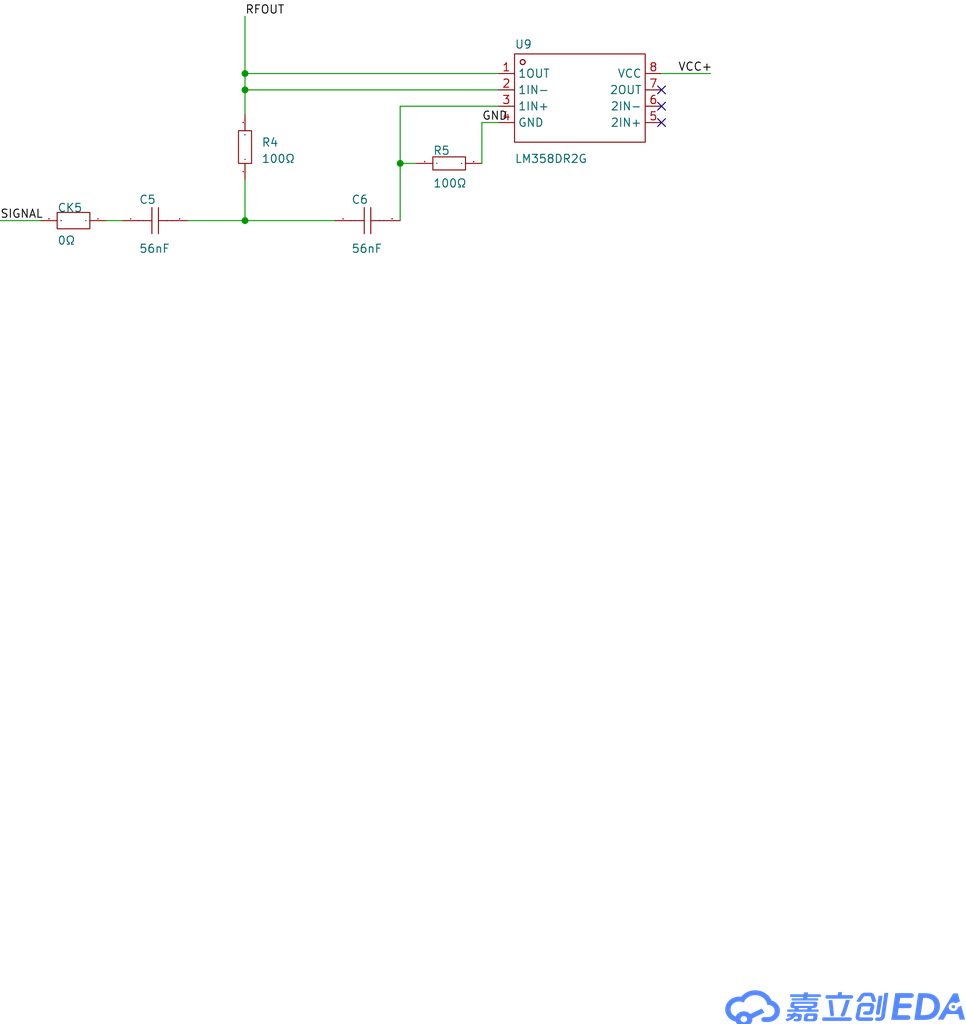
<source format=kicad_sch>
(kicad_sch
	(version 20231120)
	(generator "eeschema")
	(generator_version "8.0")
	(uuid "4f340b4a-4684-43d7-8fd3-8849e1d6a5c1")
	(paper "User" 150.216 159.182)
	(lib_symbols
		(symbol "Signal-blo-easyedapro:0402B563K160CT"
			(exclude_from_sim no)
			(in_bom yes)
			(on_board yes)
			(property "Reference" "C"
				(at 0 0 0)
				(effects
					(font
						(size 1.27 1.27)
					)
				)
			)
			(property "Value" "56nF"
				(at 0 0 0)
				(effects
					(font
						(size 1.27 1.27)
					)
					(hide yes)
				)
			)
			(property "Footprint" "Signal-blo-easyedapro:C0402"
				(at 0 0 0)
				(effects
					(font
						(size 1.27 1.27)
					)
					(hide yes)
				)
			)
			(property "Datasheet" "https://atta.szlcsc.com/upload/public/pdf/source/20191217/C469650_84AD5C6F618CF4AC0C6D987F2E8FE6F8.pdf"
				(at 0 0 0)
				(effects
					(font
						(size 1.27 1.27)
					)
					(hide yes)
				)
			)
			(property "Description" "容值:56nF;精度:±10%;额定电压:16V;材质(温度系数):X7R;"
				(at 0 0 0)
				(effects
					(font
						(size 1.27 1.27)
					)
					(hide yes)
				)
			)
			(property "Manufacturer Part" "0402B563K160CT"
				(at 0 0 0)
				(effects
					(font
						(size 1.27 1.27)
					)
					(hide yes)
				)
			)
			(property "Manufacturer" "Walsin(华新科)"
				(at 0 0 0)
				(effects
					(font
						(size 1.27 1.27)
					)
					(hide yes)
				)
			)
			(property "Supplier Part" "C555392"
				(at 0 0 0)
				(effects
					(font
						(size 1.27 1.27)
					)
					(hide yes)
				)
			)
			(property "Supplier" "LCSC"
				(at 0 0 0)
				(effects
					(font
						(size 1.27 1.27)
					)
					(hide yes)
				)
			)
			(property "LCSC Part Name" "56nF ±10% 16V"
				(at 0 0 0)
				(effects
					(font
						(size 1.27 1.27)
					)
					(hide yes)
				)
			)
			(symbol "0402B563K160CT_1_0"
				(polyline
					(pts
						(xy -0.508 -2.032) (xy -0.508 2.032)
					)
					(stroke
						(width 0)
						(type default)
					)
					(fill
						(type none)
					)
				)
				(polyline
					(pts
						(xy -0.508 0) (xy -2.54 0)
					)
					(stroke
						(width 0)
						(type default)
					)
					(fill
						(type none)
					)
				)
				(polyline
					(pts
						(xy 0.508 2.032) (xy 0.508 -2.032)
					)
					(stroke
						(width 0)
						(type default)
					)
					(fill
						(type none)
					)
				)
				(polyline
					(pts
						(xy 2.54 0) (xy 0.508 0)
					)
					(stroke
						(width 0)
						(type default)
					)
					(fill
						(type none)
					)
				)
				(pin unspecified line
					(at -5.08 0 0)
					(length 2.54)
					(name "1"
						(effects
							(font
								(size 0.0254 0.0254)
							)
						)
					)
					(number "1"
						(effects
							(font
								(size 0.0254 0.0254)
							)
						)
					)
				)
				(pin unspecified line
					(at 5.08 0 180)
					(length 2.54)
					(name "2"
						(effects
							(font
								(size 0.0254 0.0254)
							)
						)
					)
					(number "2"
						(effects
							(font
								(size 0.0254 0.0254)
							)
						)
					)
				)
			)
		)
		(symbol "Signal-blo-easyedapro:0805W8F1000T5E"
			(exclude_from_sim no)
			(in_bom yes)
			(on_board yes)
			(property "Reference" "R"
				(at 0 0 0)
				(effects
					(font
						(size 1.27 1.27)
					)
				)
			)
			(property "Value" "100Ω"
				(at 0 0 0)
				(effects
					(font
						(size 1.27 1.27)
					)
					(hide yes)
				)
			)
			(property "Footprint" "Signal-blo-easyedapro:R0805"
				(at 0 0 0)
				(effects
					(font
						(size 1.27 1.27)
					)
					(hide yes)
				)
			)
			(property "Datasheet" "https://atta.szlcsc.com/upload/public/pdf/source/20200306/C422600_1E6D84923E4A46A82E41ADD87F860B5C.pdf"
				(at 0 0 0)
				(effects
					(font
						(size 1.27 1.27)
					)
					(hide yes)
				)
			)
			(property "Description" "电阻类型:厚膜电阻;阻值:100Ω;精度:±1%;功率:125mW;最大工作电压:150V;温度系数:±100ppm/°C;"
				(at 0 0 0)
				(effects
					(font
						(size 1.27 1.27)
					)
					(hide yes)
				)
			)
			(property "Manufacturer Part" "0805W8F1000T5E"
				(at 0 0 0)
				(effects
					(font
						(size 1.27 1.27)
					)
					(hide yes)
				)
			)
			(property "Manufacturer" "UNI-ROYAL(厚声)"
				(at 0 0 0)
				(effects
					(font
						(size 1.27 1.27)
					)
					(hide yes)
				)
			)
			(property "Supplier Part" "C17408"
				(at 0 0 0)
				(effects
					(font
						(size 1.27 1.27)
					)
					(hide yes)
				)
			)
			(property "Supplier" "LCSC"
				(at 0 0 0)
				(effects
					(font
						(size 1.27 1.27)
					)
					(hide yes)
				)
			)
			(property "LCSC Part Name" "100Ω ±1% 125mW 厚膜电阻"
				(at 0 0 0)
				(effects
					(font
						(size 1.27 1.27)
					)
					(hide yes)
				)
			)
			(symbol "0805W8F1000T5E_1_0"
				(rectangle
					(start -2.54 -1.016)
					(end 2.54 1.016)
					(stroke
						(width 0)
						(type default)
					)
					(fill
						(type none)
					)
				)
				(pin input line
					(at -5.08 0 0)
					(length 2.54)
					(name "1"
						(effects
							(font
								(size 0.0254 0.0254)
							)
						)
					)
					(number "1"
						(effects
							(font
								(size 0.0254 0.0254)
							)
						)
					)
				)
				(pin input line
					(at 5.08 0 180)
					(length 2.54)
					(name "2"
						(effects
							(font
								(size 0.0254 0.0254)
							)
						)
					)
					(number "2"
						(effects
							(font
								(size 0.0254 0.0254)
							)
						)
					)
				)
			)
		)
		(symbol "Signal-blo-easyedapro:0Ω"
			(exclude_from_sim no)
			(in_bom yes)
			(on_board yes)
			(property "Reference" "U"
				(at 0 0 0)
				(effects
					(font
						(size 1.27 1.27)
					)
				)
			)
			(property "Value" ""
				(at 0 0 0)
				(effects
					(font
						(size 1.27 1.27)
					)
				)
			)
			(property "Footprint" "Signal-blo-easyedapro:R0603"
				(at 0 0 0)
				(effects
					(font
						(size 1.27 1.27)
					)
					(hide yes)
				)
			)
			(property "Datasheet" ""
				(at 0 0 0)
				(effects
					(font
						(size 1.27 1.27)
					)
					(hide yes)
				)
			)
			(property "Description" ""
				(at 0 0 0)
				(effects
					(font
						(size 1.27 1.27)
					)
					(hide yes)
				)
			)
			(property "Manufacturer Part" "0Ω"
				(at 0 0 0)
				(effects
					(font
						(size 1.27 1.27)
					)
					(hide yes)
				)
			)
			(property "Supplier Part" "C9900083234"
				(at 0 0 0)
				(effects
					(font
						(size 1.27 1.27)
					)
					(hide yes)
				)
			)
			(property "Supplier" "LCSC"
				(at 0 0 0)
				(effects
					(font
						(size 1.27 1.27)
					)
					(hide yes)
				)
			)
			(property "LCSC Part Name" "0Ω"
				(at 0 0 0)
				(effects
					(font
						(size 1.27 1.27)
					)
					(hide yes)
				)
			)
			(symbol "0Ω_1_0"
				(rectangle
					(start -2.54 -1.27)
					(end 2.54 1.27)
					(stroke
						(width 0)
						(type default)
					)
					(fill
						(type none)
					)
				)
				(pin unspecified line
					(at -5.08 0 0)
					(length 2.54)
					(name "1"
						(effects
							(font
								(size 0.0254 0.0254)
							)
						)
					)
					(number "1"
						(effects
							(font
								(size 0.0254 0.0254)
							)
						)
					)
				)
				(pin unspecified line
					(at 5.08 0 180)
					(length 2.54)
					(name "2"
						(effects
							(font
								(size 0.0254 0.0254)
							)
						)
					)
					(number "2"
						(effects
							(font
								(size 0.0254 0.0254)
							)
						)
					)
				)
			)
		)
		(symbol "Signal-blo-easyedapro:Drawing-Symbol_A4"
			(exclude_from_sim no)
			(in_bom yes)
			(on_board yes)
			(property "Reference" ""
				(at 0 0 0)
				(effects
					(font
						(size 1.27 1.27)
					)
				)
			)
			(property "Value" ""
				(at 0 0 0)
				(effects
					(font
						(size 1.27 1.27)
					)
				)
			)
			(property "Footprint" "Signal-blo-easyedapro:"
				(at 0 0 0)
				(effects
					(font
						(size 1.27 1.27)
					)
					(hide yes)
				)
			)
			(property "Datasheet" ""
				(at 0 0 0)
				(effects
					(font
						(size 1.27 1.27)
					)
					(hide yes)
				)
			)
			(property "Description" ""
				(at 0 0 0)
				(effects
					(font
						(size 1.27 1.27)
					)
					(hide yes)
				)
			)
			(symbol "Drawing-Symbol_A4_0_0"
				(polyline
					(pts
						(xy 146.9783 10.146) (xy 146.976 10.1327) (xy 146.973 10.1197) (xy 146.9695 10.1069) (xy 146.9653 10.0944)
						(xy 146.9605 10.082) (xy 146.9552 10.07) (xy 146.9493 10.0583) (xy 146.9428 10.0468) (xy 146.9358 10.0356)
						(xy 146.9283 10.0248) (xy 146.9203 10.0143) (xy 146.9118 10.0042) (xy 146.9029 9.9944) (xy 146.8935 9.985)
						(xy 146.8836 9.976) (xy 146.8733 9.9673) (xy 146.8627 9.9591) (xy 146.8516 9.9514) (xy 146.8402 9.9441)
						(xy 146.8284 9.9372) (xy 146.8163 9.9308) (xy 146.8038 9.9249) (xy 146.7911 9.9195) (xy 146.778 9.9146)
						(xy 146.7647 9.9102) (xy 146.7511 9.9064) (xy 146.7373 9.9031) (xy 146.7233 9.9004) (xy 146.709 9.8983)
						(xy 146.6945 9.8967) (xy 146.6799 9.8958) (xy 146.6651 9.8955) (xy 146.6547 9.8955) (xy 146.6398 9.8959)
						(xy 146.625 9.897) (xy 146.6102 9.899) (xy 146.5956 9.9016) (xy 146.5811 9.905) (xy 146.5668 9.9091)
						(xy 146.5528 9.9138) (xy 146.5391 9.9192) (xy 146.5256 9.9252) (xy 146.5125 9.9318) (xy 146.4999 9.939)
						(xy 146.4876 9.9467) (xy 146.4758 9.955) (xy 146.4646 9.9638) (xy 146.4539 9.973) (xy 146.4438 9.9828)
						(xy 146.434 9.9933) (xy 146.4249 10.0043) (xy 146.4166 10.0158) (xy 146.4089 10.0275) (xy 146.402 10.0397)
						(xy 146.3958 10.0521) (xy 146.3904 10.0648) (xy 146.3856 10.0777) (xy 146.3816 10.0907) (xy 146.3782 10.1039)
						(xy 146.3756 10.1173) (xy 146.3736 10.1306) (xy 146.3724 10.144) (xy 146.3718 10.1574) (xy 146.372 10.1707)
						(xy 146.3728 10.1839) (xy 146.7925 12.8714) (xy 147.4021 12.8714) (xy 146.9783 10.146)
					)
					(stroke
						(width -0.0001)
						(type solid)
					)
					(fill
						(type color)
						(color 85 136 255 1)
					)
				)
				(polyline
					(pts
						(xy 142.3185 12.2147) (xy 142.3164 12.209) (xy 142.2175 11.9012) (xy 142.1192 11.5812) (xy 141.9194 10.9313)
						(xy 141.8159 10.6145) (xy 141.7083 10.3119) (xy 141.5958 10.0302) (xy 141.5373 9.8992) (xy 141.4771 9.7759)
						(xy 141.4663 9.7575) (xy 141.4542 9.7399) (xy 141.4409 9.7233) (xy 141.4266 9.7077) (xy 141.4112 9.693)
						(xy 141.3948 9.6794) (xy 141.3775 9.667) (xy 141.3594 9.6556) (xy 141.3405 9.6454) (xy 141.321 9.6365)
						(xy 141.3008 9.6288) (xy 141.2801 9.6224) (xy 141.2589 9.6174) (xy 141.2373 9.6137) (xy 141.2154 9.6115)
						(xy 141.1932 9.6108) (xy 141.1838 9.6109) (xy 141.1744 9.6115) (xy 141.165 9.6123) (xy 141.1556 9.6134)
						(xy 141.1462 9.6148) (xy 141.1368 9.6164) (xy 141.1274 9.6182) (xy 141.118 9.6203) (xy 141.0867 9.6279)
						(xy 141.0732 9.6328) (xy 141.0602 9.6382) (xy 141.0476 9.6442) (xy 141.0355 9.6508) (xy 141.0239 9.6578)
						(xy 141.0127 9.6653) (xy 141.0021 9.6733) (xy 140.992 9.6817) (xy 140.9823 9.6905) (xy 140.9732 9.6998)
						(xy 140.9647 9.7094) (xy 140.9566 9.7194) (xy 140.9492 9.7297) (xy 140.9422 9.7404) (xy 140.9359 9.7514)
						(xy 140.9301 9.7626) (xy 140.9242 9.7755) (xy 140.9192 9.7886) (xy 140.9148 9.8019) (xy 140.9113 9.8153)
						(xy 140.9086 9.8289) (xy 140.9066 9.8425) (xy 140.9055 9.8561) (xy 140.9051 9.8698) (xy 140.9055 9.8835)
						(xy 140.9066 9.8972) (xy 140.9086 9.9108) (xy 140.9113 9.9243) (xy 140.9148 9.9378) (xy 140.9192 9.951)
						(xy 140.9242 9.9642) (xy 140.9301 9.9771) (xy 140.9842 10.088) (xy 141.0368 10.2068) (xy 141.1382 10.4644)
						(xy 141.2355 10.7434) (xy 141.3297 11.0373) (xy 141.5129 11.6433) (xy 141.604 11.9423) (xy 141.6963 12.2299)
						(xy 142.3226 12.2299) (xy 142.3185 12.2147)
					)
					(stroke
						(width -0.0001)
						(type solid)
					)
					(fill
						(type color)
						(color 85 136 255 1)
					)
				)
				(polyline
					(pts
						(xy 139.8445 9.9733) (xy 139.8455 9.9609) (xy 139.8459 9.9485) (xy 139.8456 9.9362) (xy 139.8447 9.9241)
						(xy 139.8432 9.912) (xy 139.841 9.9001) (xy 139.8383 9.8883) (xy 139.835 9.8766) (xy 139.8311 9.8652)
						(xy 139.8266 9.8539) (xy 139.8216 9.8428) (xy 139.816 9.8319) (xy 139.8099 9.8213) (xy 139.8033 9.8109)
						(xy 139.7962 9.8007) (xy 139.7886 9.7908) (xy 139.7806 9.7812) (xy 139.7721 9.7719) (xy 139.7631 9.763)
						(xy 139.7536 9.7543) (xy 139.7438 9.746) (xy 139.7335 9.738) (xy 139.7229 9.7304) (xy 139.7118 9.7232)
						(xy 139.7004 9.7164) (xy 139.6885 9.71) (xy 139.6764 9.704) (xy 139.6639 9.6985) (xy 139.651 9.6934)
						(xy 139.6379 9.6888) (xy 139.6244 9.6846) (xy 139.6107 9.681) (xy 139.6044 9.6791) (xy 139.5966 9.6778)
						(xy 139.5888 9.6766) (xy 139.5809 9.6756) (xy 139.5731 9.6748) (xy 139.5653 9.6742) (xy 139.5574 9.6738)
						(xy 139.5496 9.6735) (xy 139.5418 9.6734) (xy 139.5287 9.6736) (xy 139.5159 9.6744) (xy 139.5032 9.6756)
						(xy 139.4907 9.6772) (xy 139.4784 9.6794) (xy 139.4664 9.6819) (xy 139.4546 9.6849) (xy 139.443 9.6884)
						(xy 139.4316 9.6922) (xy 139.4206 9.6965) (xy 139.4098 9.7012) (xy 139.3993 9.7063) (xy 139.3891 9.7118)
						(xy 139.3792 9.7177) (xy 139.3696 9.724) (xy 139.3604 9.7306) (xy 139.3515 9.7376) (xy 139.343 9.7449)
						(xy 139.3349 9.7526) (xy 139.3271 9.7606) (xy 139.3197 9.769) (xy 139.3128 9.7776) (xy 139.3063 9.7866)
						(xy 139.3002 9.7959) (xy 139.2945 9.8055) (xy 139.2893 9.8154) (xy 139.2846 9.8255) (xy 139.2803 9.836)
						(xy 139.2765 9.8467) (xy 139.2733 9.8576) (xy 139.2705 9.8688) (xy 139.2683 9.8803) (xy 139.2683 9.8898)
						(xy 139.0011 12.1844) (xy 139.0011 12.1863) (xy 139.5919 12.1863) (xy 139.8445 9.9733)
					)
					(stroke
						(width -0.0001)
						(type solid)
					)
					(fill
						(type color)
						(color 85 136 255 1)
					)
				)
				(polyline
					(pts
						(xy 142.3562 9.5079) (xy 142.3709 9.5068) (xy 142.3853 9.505) (xy 142.3996 9.5024) (xy 142.4136 9.4992)
						(xy 142.4275 9.4953) (xy 142.4411 9.4907) (xy 142.4544 9.4855) (xy 142.4675 9.4797) (xy 142.4803 9.4733)
						(xy 142.4928 9.4662) (xy 142.5049 9.4586) (xy 142.5168 9.4505) (xy 142.5283 9.4418) (xy 142.5394 9.4326)
						(xy 142.5502 9.4229) (xy 142.5597 9.4123) (xy 142.5685 9.4014) (xy 142.5766 9.39) (xy 142.5841 9.3783)
						(xy 142.5909 9.3662) (xy 142.597 9.3538) (xy 142.6024 9.3412) (xy 142.6071 9.3282) (xy 142.611 9.315)
						(xy 142.6142 9.3016) (xy 142.6166 9.288) (xy 142.6183 9.2742) (xy 142.6192 9.2603) (xy 142.6193 9.2462)
						(xy 142.6185 9.2321) (xy 142.617 9.2179) (xy 142.6149 9.2046) (xy 142.6126 9.1915) (xy 142.6097 9.1787)
						(xy 142.6061 9.166) (xy 142.6019 9.1535) (xy 142.5971 9.1413) (xy 142.5917 9.1293) (xy 142.5858 9.1176)
						(xy 142.5793 9.1062) (xy 142.5722 9.0951) (xy 142.5647 9.0843) (xy 142.5567 9.0738) (xy 142.5482 9.0636)
						(xy 142.5392 9.0538) (xy 142.5298 9.0444) (xy 142.52 9.0353) (xy 142.5097 9.0267) (xy 142.4991 9.0184)
						(xy 142.4882 9.0106) (xy 142.4768 9.0032) (xy 142.4652 8.9963) (xy 142.4532 8.9899) (xy 142.4409 8.9839)
						(xy 142.4284 8.9784) (xy 142.4156 8.9735) (xy 142.4025 8.9691) (xy 142.3892 8.9652) (xy 142.3758 8.9618)
						(xy 142.3621 8.9591) (xy 142.3483 8.9569) (xy 142.3343 8.9554) (xy 142.3202 8.9544) (xy 142.3059 8.9541)
						(xy 138.1576 8.9541) (xy 138.1502 8.9543) (xy 138.143 8.9548) (xy 138.1358 8.9556) (xy 138.1288 8.9567)
						(xy 138.122 8.9582) (xy 138.1152 8.96) (xy 138.1087 8.962) (xy 138.1023 8.9643) (xy 138.0961 8.9669)
						(xy 138.09 8.9698) (xy 138.0842 8.9729) (xy 138.0785 8.9763) (xy 138.073 8.9799) (xy 138.0678 8.9837)
						(xy 138.0627 8.9878) (xy 138.0579 8.992) (xy 138.0533 8.9965) (xy 138.049 9.0012) (xy 138.0449 9.006)
						(xy 138.0411 9.011) (xy 138.0375 9.0162) (xy 138.0342 9.0215) (xy 138.0312 9.0269) (xy 138.0284 9.0326)
						(xy 138.026 9.0383) (xy 138.0238 9.0441) (xy 138.022 9.0501) (xy 138.0205 9.0562) (xy 138.0193 9.0623)
						(xy 138.0184 9.0686) (xy 138.0179 9.0749) (xy 138.0177 9.0812) (xy 138.0177 9.0831) (xy 138.0156 9.0831)
						(xy 138.0595 9.5083) (xy 142.3414 9.5083) (xy 142.3562 9.5079)
					)
					(stroke
						(width -0.0001)
						(type solid)
					)
					(fill
						(type color)
						(color 85 136 255 1)
					)
				)
				(polyline
					(pts
						(xy 159.4399 12.0041) (xy 158.8178 11.6928) (xy 158.7955 11.7067) (xy 158.7727 11.7197) (xy 158.7492 11.732)
						(xy 158.7252 11.7435) (xy 158.7007 11.7542) (xy 158.6757 11.764) (xy 158.6501 11.773) (xy 158.6241 11.7811)
						(xy 158.5977 11.7883) (xy 158.5708 11.7946) (xy 158.5436 11.7999) (xy 158.5159 11.8044) (xy 158.488 11.8078)
						(xy 158.4597 11.8103) (xy 158.4311 11.8119) (xy 158.4023 11.8124) (xy 158.3649 11.8115) (xy 158.3281 11.809)
						(xy 158.2917 11.8048) (xy 158.256 11.7989) (xy 158.2209 11.7916) (xy 158.1864 11.7826) (xy 158.1527 11.7723)
						(xy 158.1197 11.7604) (xy 158.0875 11.7472) (xy 158.0562 11.7326) (xy 158.0257 11.7167) (xy 157.9963 11.6995)
						(xy 157.9678 11.681) (xy 157.9403 11.6614) (xy 157.914 11.6407) (xy 157.8887 11.6188) (xy 157.8647 11.5958)
						(xy 157.8418 11.5719) (xy 157.8202 11.5469) (xy 157.8 11.521) (xy 157.781 11.4942) (xy 157.7635 11.4666)
						(xy 157.7475 11.4381) (xy 157.7329 11.4088) (xy 157.7199 11.3788) (xy 157.7085 11.3482) (xy 157.6987 11.3168)
						(xy 157.6905 11.2849) (xy 157.6842 11.2524) (xy 157.6795 11.2194) (xy 157.6767 11.1858) (xy 157.6758 11.1519)
						(xy 157.6767 11.1179) (xy 157.6795 11.0844) (xy 157.6842 11.0514) (xy 157.6905 11.0189) (xy 157.6987 10.987)
						(xy 157.7085 10.9556) (xy 157.7199 10.9249) (xy 157.7329 10.895) (xy 157.7475 10.8657) (xy 157.7635 10.8372)
						(xy 157.781 10.8096) (xy 157.8 10.7828) (xy 157.8202 10.7569) (xy 157.8418 10.7319) (xy 157.8647 10.7079)
						(xy 157.8887 10.685) (xy 157.914 10.6631) (xy 157.9403 10.6424) (xy 157.9678 10.6227) (xy 157.9963 10.6043)
						(xy 158.0257 10.5871) (xy 158.0562 10.5712) (xy 158.0875 10.5566) (xy 158.1197 10.5434) (xy 158.1527 10.5315)
						(xy 158.1864 10.5211) (xy 158.2209 10.5122) (xy 158.256 10.5048) (xy 158.2917 10.499) (xy 158.3281 10.4948)
						(xy 158.3649 10.4923) (xy 158.4023 10.4914) (xy 158.4371 10.4922) (xy 158.4715 10.4944) (xy 158.5055 10.4981)
						(xy 158.5389 10.5031) (xy 158.5718 10.5096) (xy 158.6042 10.5174) (xy 158.6359 10.5265) (xy 158.6669 10.5369)
						(xy 158.6973 10.5485) (xy 158.727 10.5613) (xy 158.7559 10.5753) (xy 158.7841 10.5904) (xy 158.8114 10.6066)
						(xy 158.8378 10.6239) (xy 158.8634 10.6422) (xy 158.888 10.6615) (xy 158.9116 10.6818) (xy 158.9342 10.703)
						(xy 158.9558 10.7251) (xy 158.9763 10.748) (xy 158.9957 10.7718) (xy 159.0139 10.7964) (xy 159.0309 10.8217)
						(xy 159.0467 10.8477) (xy 159.0613 10.8744) (xy 159.0745 10.9018) (xy 159.0864 10.9298) (xy 159.097 10.9584)
						(xy 159.1061 10.9875) (xy 159.1138 11.0172) (xy 159.12 11.0473) (xy 159.1247 11.0779) (xy 159.6257 11.3284)
						(xy 160.2249 9.1534) (xy 159.4065 9.1534) (xy 159.1685 10.0207) (xy 157.3877 10.0207) (xy 156.8783 9.1534)
						(xy 155.9701 9.1534) (xy 158.394 13.232) (xy 159.1038 13.232) (xy 159.4399 12.0041)
					)
					(stroke
						(width -0.0001)
						(type solid)
					)
					(fill
						(type color)
						(color 85 136 255 1)
					)
				)
				(polyline
					(pts
						(xy 158.4338 11.4201) (xy 158.4481 11.419) (xy 158.4622 11.4172) (xy 158.476 11.4148) (xy 158.4896 11.4118)
						(xy 158.5029 11.4082) (xy 158.516 11.4041) (xy 158.5287 11.3994) (xy 158.5412 11.3941) (xy 158.5532 11.3883)
						(xy 158.565 11.3821) (xy 158.5763 11.3753) (xy 158.5873 11.368) (xy 158.5979 11.3603) (xy 158.608 11.3522)
						(xy 158.6177 11.3436) (xy 158.6269 11.3346) (xy 158.6357 11.3252) (xy 158.6439 11.3155) (xy 158.6516 11.3053)
						(xy 158.6589 11.2949) (xy 158.6655 11.2841) (xy 158.6716 11.273) (xy 158.6771 11.2616) (xy 158.682 11.2499)
						(xy 158.6863 11.2379) (xy 158.69 11.2258) (xy 158.693 11.2133) (xy 158.6953 11.2007) (xy 158.6969 11.1878)
						(xy 158.6979 11.1748) (xy 158.6981 11.1616) (xy 158.6976 11.1485) (xy 158.6963 11.1355) (xy 158.6944 11.1227)
						(xy 158.6918 11.1101) (xy 158.6885 11.0977) (xy 158.6845 11.0856) (xy 158.68 11.0737) (xy 158.6748 11.0621)
						(xy 158.669 11.0508) (xy 158.6627 11.0398) (xy 158.6557 11.0292) (xy 158.6483 11.0189) (xy 158.6403 11.0089)
						(xy 158.6318 10.9993) (xy 158.6229 10.9901) (xy 158.6134 10.9813) (xy 158.6035 10.9729) (xy 158.5932 10.9649)
						(xy 158.5825 10.9574) (xy 158.5714 10.9504) (xy 158.5598 10.9438) (xy 158.548 10.9378) (xy 158.5358 10.9322)
						(xy 158.5232 10.9272) (xy 158.5104 10.9228) (xy 158.4972 10.9189) (xy 158.4838 10.9156) (xy 158.4701 10.9128)
						(xy 158.4562 10.9107) (xy 158.4421 10.9092) (xy 158.4278 10.9084) (xy 158.4133 10.9082) (xy 158.3988 10.9086)
						(xy 158.3845 10.9098) (xy 158.3704 10.9115) (xy 158.3565 10.9139) (xy 158.3429 10.9169) (xy 158.3296 10.9205)
						(xy 158.3166 10.9247) (xy 158.3038 10.9294) (xy 158.2914 10.9346) (xy 158.2793 10.9404) (xy 158.2676 10.9467)
						(xy 158.2562 10.9534) (xy 158.2453 10.9607) (xy 158.2347 10.9684) (xy 158.2246 10.9766) (xy 158.2149 10.9851)
						(xy 158.2057 10.9941) (xy 158.1969 11.0035) (xy 158.1887 11.0133) (xy 158.1809 11.0234) (xy 158.1737 11.0338)
						(xy 158.1671 11.0446) (xy 158.161 11.0557) (xy 158.1554 11.0672) (xy 158.1505 11.0788) (xy 158.1462 11.0908)
						(xy 158.1426 11.103) (xy 158.1396 11.1154) (xy 158.1373 11.128) (xy 158.1356 11.1409) (xy 158.1347 11.1539)
						(xy 158.1345 11.1671) (xy 158.135 11.1803) (xy 158.1362 11.1933) (xy 158.1382 11.2061) (xy 158.1408 11.2187)
						(xy 158.1441 11.231) (xy 158.148 11.2432) (xy 158.1526 11.255) (xy 158.1578 11.2666) (xy 158.1636 11.2779)
						(xy 158.1699 11.2889) (xy 158.1768 11.2995) (xy 158.1843 11.3099) (xy 158.1922 11.3198) (xy 158.2007 11.3294)
						(xy 158.2097 11.3386) (xy 158.2191 11.3474) (xy 158.229 11.3558) (xy 158.2393 11.3638) (xy 158.2501 11.3713)
						(xy 158.2612 11.3783) (xy 158.2727 11.3849) (xy 158.2846 11.3909) (xy 158.2968 11.3965) (xy 158.3093 11.4015)
						(xy 158.3222 11.4059) (xy 158.3353 11.4099) (xy 158.3488 11.4132) (xy 158.3624 11.4159) (xy 158.3763 11.418)
						(xy 158.3905 11.4195) (xy 158.4048 11.4204) (xy 158.4193 11.4206) (xy 158.4338 11.4201)
					)
					(stroke
						(width -0.0001)
						(type solid)
					)
					(fill
						(type color)
						(color 85 136 255 1)
					)
				)
				(polyline
					(pts
						(xy 147.7653 9.6354) (xy 147.7561 9.5831) (xy 147.7432 9.532) (xy 147.7269 9.4824) (xy 147.7072 9.4344)
						(xy 147.6842 9.388) (xy 147.6581 9.3433) (xy 147.6288 9.3005) (xy 147.5965 9.2597) (xy 147.5613 9.2208)
						(xy 147.5233 9.1842) (xy 147.4825 9.1497) (xy 147.4392 9.1177) (xy 147.3933 9.088) (xy 147.3449 9.0609)
						(xy 147.2942 9.0365) (xy 147.2413 9.0148) (xy 147.2236 9.0073) (xy 147.2058 9.0002) (xy 147.1878 8.9937)
						(xy 147.1696 8.9877) (xy 147.1512 8.9822) (xy 147.1326 8.9773) (xy 147.1139 8.9728) (xy 147.0949 8.9688)
						(xy 147.0757 8.9653) (xy 147.0563 8.9623) (xy 147.0366 8.9598) (xy 147.0167 8.9577) (xy 146.9966 8.9561)
						(xy 146.9761 8.955) (xy 146.9554 8.9543) (xy 146.9344 8.9541) (xy 146.519 8.9541) (xy 146.5041 8.9545)
						(xy 146.4893 8.9557) (xy 146.4745 8.9576) (xy 146.4599 8.9603) (xy 146.4454 8.9636) (xy 146.4311 8.9677)
						(xy 146.4171 8.9724) (xy 146.4034 8.9778) (xy 146.3899 8.9838) (xy 146.3768 8.9904) (xy 146.3642 8.9976)
						(xy 146.3519 9.0053) (xy 146.3401 9.0136) (xy 146.3289 9.0224) (xy 146.3182 9.0317) (xy 146.3081 9.0414)
						(xy 146.2986 9.0519) (xy 146.2898 9.0628) (xy 146.2817 9.0741) (xy 146.2742 9.0857) (xy 146.2674 9.0976)
						(xy 146.2613 9.1098) (xy 146.2559 9.1223) (xy 146.2512 9.1351) (xy 146.2473 9.1481) (xy 146.2441 9.1614)
						(xy 146.2416 9.1748) (xy 146.24 9.1885) (xy 146.2391 9.2023) (xy 146.239 9.2162) (xy 146.2397 9.2303)
						(xy 146.2413 9.2445) (xy 146.2434 9.254) (xy 146.2457 9.267) (xy 146.2486 9.2799) (xy 146.2523 9.2926)
						(xy 146.2565 9.305) (xy 146.2613 9.3173) (xy 146.2668 9.3292) (xy 146.2728 9.3409) (xy 146.2794 9.3524)
						(xy 146.2865 9.3635) (xy 146.2941 9.3743) (xy 146.3023 9.3848) (xy 146.3109 9.3949) (xy 146.32 9.4047)
						(xy 146.3295 9.4142) (xy 146.3395 9.4232) (xy 146.3499 9.4319) (xy 146.3606 9.4401) (xy 146.3717 9.448)
						(xy 146.3832 9.4553) (xy 146.3951 9.4622) (xy 146.4072 9.4687) (xy 146.4197 9.4747) (xy 146.4324 9.4801)
						(xy 146.4454 9.4851) (xy 146.4586 9.4895) (xy 146.4721 9.4934) (xy 146.4857 9.4967) (xy 146.4996 9.4995)
						(xy 146.5136 9.5016) (xy 146.5278 9.5032) (xy 146.5421 9.5042) (xy 146.5565 9.5045) (xy 146.972 9.5045)
						(xy 146.9813 9.5047) (xy 146.9903 9.5052) (xy 146.9991 9.5061) (xy 147.0077 9.5074) (xy 147.0162 9.509)
						(xy 147.0244 9.511) (xy 147.0325 9.5134) (xy 147.0404 9.5161) (xy 147.0481 9.5192) (xy 147.0557 9.5227)
						(xy 147.0632 9.5266) (xy 147.0706 9.5309) (xy 147.0779 9.5356) (xy 147.0851 9.5406) (xy 147.0923 9.5461)
						(xy 147.0993 9.5519) (xy 147.1066 9.5591) (xy 147.1135 9.5665) (xy 147.1201 9.574) (xy 147.1263 9.5816)
						(xy 147.1321 9.5894) (xy 147.1376 9.5972) (xy 147.1427 9.6052) (xy 147.1474 9.6131) (xy 147.1517 9.6212)
						(xy 147.1556 9.6292) (xy 147.1591 9.6373) (xy 147.1622 9.6453) (xy 147.1649 9.6534) (xy 147.1671 9.6614)
						(xy 147.1689 9.6693) (xy 147.1703 9.6772) (xy 147.686 13.3098) (xy 148.2893 13.3098) (xy 147.7653 9.6354)
					)
					(stroke
						(width -0.0001)
						(type solid)
					)
					(fill
						(type color)
						(color 85 136 255 1)
					)
				)
				(polyline
					(pts
						(xy 141.0303 12.9587) (xy 142.5439 12.9587) (xy 142.5599 12.9584) (xy 142.5756 12.9573) (xy 142.5911 12.9555)
						(xy 142.6063 12.9531) (xy 142.6212 12.9499) (xy 142.6358 12.946) (xy 142.6501 12.9414) (xy 142.664 12.9362)
						(xy 142.6775 12.9302) (xy 142.6906 12.9236) (xy 142.7032 12.9163) (xy 142.7154 12.9083) (xy 142.7271 12.8996)
						(xy 142.7382 12.8902) (xy 142.7489 12.8802) (xy 142.759 12.8695) (xy 142.7684 12.859) (xy 142.7772 12.8481)
						(xy 142.7852 12.8368) (xy 142.7926 12.8252) (xy 142.7992 12.8133) (xy 142.8051 12.801) (xy 142.8103 12.7884)
						(xy 142.8148 12.7756) (xy 142.8185 12.7625) (xy 142.8216 12.7491) (xy 142.8238 12.7355) (xy 142.8253 12.7217)
						(xy 142.8261 12.7076) (xy 142.826 12.6934) (xy 142.8252 12.6791) (xy 142.8237 12.6645) (xy 142.8237 12.6607)
						(xy 142.8214 12.6477) (xy 142.8185 12.6348) (xy 142.8149 12.6222) (xy 142.8107 12.6098) (xy 142.806 12.5977)
						(xy 142.8006 12.5858) (xy 142.7947 12.5742) (xy 142.7883 12.5629) (xy 142.7813 12.552) (xy 142.7738 12.5413)
						(xy 142.7657 12.531) (xy 142.7573 12.521) (xy 142.7483 12.5113) (xy 142.7389 12.5021) (xy 142.729 12.4932)
						(xy 142.7188 12.4847) (xy 142.7081 12.4766) (xy 142.697 12.469) (xy 142.6856 12.4618) (xy 142.6738 12.4551)
						(xy 142.6617 12.4488) (xy 142.6493 12.443) (xy 142.6365 12.4376) (xy 142.6235 12.4328) (xy 142.6101 12.4285)
						(xy 142.5965 12.4248) (xy 142.5827 12.4215) (xy 142.5687 12.4189) (xy 142.5544 12.4168) (xy 142.54 12.4152)
						(xy 142.5253 12.4143) (xy 142.5105 12.414) (xy 138.6733 12.414) (xy 138.6733 12.4159) (xy 138.6661 12.4163)
						(xy 138.659 12.4169) (xy 138.652 12.4179) (xy 138.6452 12.4191) (xy 138.6385 12.4207) (xy 138.6319 12.4225)
						(xy 138.6254 12.4246) (xy 138.6192 12.427) (xy 138.613 12.4296) (xy 138.6071 12.4325) (xy 138.6013 12.4356)
						(xy 138.5957 12.439) (xy 138.5903 12.4426) (xy 138.5852 12.4464) (xy 138.5802 12.4504) (xy 138.5754 12.4546)
						(xy 138.5709 12.459) (xy 138.5666 12.4636) (xy 138.5625 12.4684) (xy 138.5587 12.4733) (xy 138.5552 12.4784)
						(xy 138.5519 12.4837) (xy 138.5489 12.4891) (xy 138.5462 12.4946) (xy 138.5437 12.5003) (xy 138.5416 12.5061)
						(xy 138.5398 12.512) (xy 138.5382 12.5181) (xy 138.5371 12.5242) (xy 138.5362 12.5304) (xy 138.5357 12.5367)
						(xy 138.5355 12.5431) (xy 138.5355 12.5499) (xy 138.5356 12.5531) (xy 138.5358 12.5561) (xy 138.536 12.5591)
						(xy 138.5362 12.5606) (xy 138.5364 12.562) (xy 138.5366 12.5635) (xy 138.5369 12.5649) (xy 138.5372 12.5663)
						(xy 138.5376 12.5677) (xy 138.5772 12.9568) (xy 140.4228 12.9587) (xy 140.4917 13.325) (xy 140.4926 13.331)
						(xy 140.4938 13.3369) (xy 140.4953 13.3427) (xy 140.4971 13.3484) (xy 140.4991 13.3539) (xy 140.5014 13.3593)
						(xy 140.5039 13.3646) (xy 140.5067 13.3697) (xy 140.5097 13.3747) (xy 140.513 13.3796) (xy 140.5165 13.3843)
						(xy 140.5201 13.3888) (xy 140.524 13.3932) (xy 140.5281 13.3974) (xy 140.5324 13.4014) (xy 140.5368 13.4052)
						(xy 140.5415 13.4089) (xy 140.5463 13.4123) (xy 140.5513 13.4155) (xy 140.5564 13.4186) (xy 140.5617 13.4214)
						(xy 140.5671 13.424) (xy 140.5726 13.4264) (xy 140.5783 13.4286) (xy 140.5841 13.4305) (xy 140.59 13.4322)
						(xy 140.596 13.4336) (xy 140.6021 13.4348) (xy 140.6083 13.4358) (xy 140.6146 13.4365) (xy 140.621 13.4369)
						(xy 140.6274 13.437) (xy 141.1097 13.437) (xy 141.0303 12.9587)
					)
					(stroke
						(width -0.0001)
						(type solid)
					)
					(fill
						(type color)
						(color 85 136 255 1)
					)
				)
				(polyline
					(pts
						(xy 133.9675 10.0549) (xy 134.4623 10.0549) (xy 134.4906 10.0545) (xy 134.5177 10.0533) (xy 134.5438 10.0514)
						(xy 134.5687 10.0486) (xy 134.5926 10.0451) (xy 134.6154 10.0408) (xy 134.6372 10.0357) (xy 134.6578 10.0297)
						(xy 134.6774 10.023) (xy 134.6959 10.0155) (xy 134.7134 10.0072) (xy 134.7298 9.998) (xy 134.7451 9.9881)
						(xy 134.7593 9.9773) (xy 134.7725 9.9657) (xy 134.7846 9.9533) (xy 134.7957 9.9401) (xy 134.8057 9.9261)
						(xy 134.8147 9.9112) (xy 134.8226 9.8955) (xy 134.8294 9.8789) (xy 134.8352 9.8616) (xy 134.84 9.8433)
						(xy 134.8437 9.8243) (xy 134.8464 9.8044) (xy 134.848 9.7836) (xy 134.8486 9.762) (xy 134.8482 9.7396)
						(xy 134.8467 9.7162) (xy 134.8442 9.6921) (xy 134.8406 9.667) (xy 134.836 9.6411) (xy 134.7692 9.2881)
						(xy 134.7663 9.2625) (xy 134.7626 9.2379) (xy 134.758 9.2143) (xy 134.7527 9.1918) (xy 134.7465 9.1702)
						(xy 134.7394 9.1496) (xy 134.7315 9.1299) (xy 134.7228 9.1112) (xy 134.7131 9.0934) (xy 134.7026 9.0765)
						(xy 134.6912 9.0605) (xy 134.6788 9.0454) (xy 134.6655 9.0311) (xy 134.6513 9.0177) (xy 134.6361 9.0051)
						(xy 134.62 8.9932) (xy 134.6028 8.9822) (xy 134.5847 8.9719) (xy 134.5656 8.9624) (xy 134.5455 8.9536)
						(xy 134.5243 8.9455) (xy 134.5021 8.9381) (xy 134.4788 8.9314) (xy 134.4545 8.9254) (xy 134.4291 8.92)
						(xy 134.4026 8.9153) (xy 134.3463 8.9076) (xy 134.2856 8.9022) (xy 134.2202 8.899) (xy 133.5938 8.899)
						(xy 133.5938 9.2634) (xy 133.9822 9.2634) (xy 134.0112 9.264) (xy 134.0381 9.2657) (xy 134.063 9.2685)
						(xy 134.086 9.2723) (xy 134.107 9.2771) (xy 134.1262 9.2829) (xy 134.1438 9.2896) (xy 134.1596 9.2971)
						(xy 134.1739 9.3056) (xy 134.1867 9.3148) (xy 134.1981 9.3248) (xy 134.2082 9.3355) (xy 134.2171 9.3469)
						(xy 134.2247 9.359) (xy 134.2313 9.3717) (xy 134.2369 9.3849) (xy 134.264 9.495) (xy 134.2663 9.5039)
						(xy 134.268 9.5126) (xy 134.2692 9.521) (xy 134.2698 9.5291) (xy 134.2698 9.5369) (xy 134.2694 9.5444)
						(xy 134.2683 9.5517) (xy 134.2667 9.5587) (xy 134.2646 9.5654) (xy 134.2619 9.5718) (xy 134.2587 9.5779)
						(xy 134.2549 9.5838) (xy 134.2506 9.5893) (xy 134.2457 9.5946) (xy 134.2402 9.5996) (xy 134.2343 9.6044)
						(xy 134.2277 9.6088) (xy 134.2206 9.613) (xy 134.213 9.6168) (xy 134.2048 9.6204) (xy 134.1961 9.6237)
						(xy 134.1868 9.6267) (xy 134.1769 9.6295) (xy 134.1665 9.6319) (xy 134.1556 9.6341) (xy 134.1441 9.6359)
						(xy 134.1321 9.6375) (xy 134.1195 9.6388) (xy 134.1063 9.6398) (xy 134.0926 9.6406) (xy 134.0784 9.641)
						(xy 134.0636 9.6411) (xy 133.7964 9.6411) (xy 133.747 9.5746) (xy 133.6944 9.5116) (xy 133.6383 9.4519)
						(xy 133.5785 9.3953) (xy 133.5148 9.3416) (xy 133.4471 9.2906) (xy 133.375 9.2422) (xy 133.2984 9.1961)
						(xy 133.2172 9.1521) (xy 133.131 9.11) (xy 133.0398 9.0698) (xy 132.9432 9.031) (xy 132.8411 8.9936)
						(xy 132.7334 8.9574) (xy 132.6197 8.9221) (xy 132.4999 8.8877) (xy 132.3391 9.2521) (xy 132.4883 9.2951)
						(xy 132.6174 9.3348) (xy 132.6756 9.3541) (xy 132.7302 9.3734) (xy 132.7817 9.393) (xy 132.8305 9.4131)
						(xy 132.8772 9.4342) (xy 132.9221 9.4564) (xy 132.9658 9.48) (xy 133.0088 9.5053) (xy 133.0515 9.5327)
						(xy 133.0943 9.5624) (xy 133.1379 9.5946) (xy 133.1826 9.6297) (xy 132.5416 9.6297) (xy 132.6084 10.0435)
						(xy 133.3976 10.0435) (xy 133.3977 10.0461) (xy 133.3982 10.0495) (xy 133.3989 10.0537) (xy 133.4 10.0587)
						(xy 133.403 10.0709) (xy 133.4073 10.0857) (xy 133.4099 10.094) (xy 133.4128 10.1028) (xy 133.416 10.1122)
						(xy 133.4196 10.122) (xy 133.4235 10.1322) (xy 133.4278 10.1428) (xy 133.4323 10.1537) (xy 133.4373 10.165)
						(xy 133.4386 10.1696) (xy 133.4401 10.1741) (xy 133.4419 10.1785) (xy 133.4438 10.1828) (xy 133.446 10.187)
						(xy 133.4484 10.1912) (xy 133.451 10.1952) (xy 133.4538 10.1991) (xy 133.4568 10.2029) (xy 133.46 10.2066)
						(xy 133.4633 10.2102) (xy 133.4668 10.2137) (xy 133.4704 10.217) (xy 133.4742 10.2202) (xy 133.4781 10.2233)
						(xy 133.4822 10.2262) (xy 133.4863 10.2289) (xy 133.4906 10.2316) (xy 133.495 10.234) (xy 133.4995 10.2364)
						(xy 133.5041 10.2385) (xy 133.5087 10.2405) (xy 133.5135 10.2423) (xy 133.5183 10.244) (xy 133.5232 10.2454)
						(xy 133.5281 10.2467) (xy 133.5331 10.2478) (xy 133.5381 10.2487) (xy 133.5431 10.2494) (xy 133.5482 10.25)
						(xy 133.5533 10.2503) (xy 133.5584 10.2504) (xy 134.026 10.2504) (xy 133.9675 10.0549)
					)
					(stroke
						(width -0.0001)
						(type solid)
					)
					(fill
						(type color)
						(color 85 136 255 1)
					)
				)
				(polyline
					(pts
						(xy 153.8138 13.2729) (xy 153.9352 13.2704) (xy 154.0526 13.2662) (xy 154.1658 13.2602) (xy 154.275 13.2526)
						(xy 154.38 13.2433) (xy 154.481 13.2322) (xy 154.5778 13.2195) (xy 154.6706 13.205) (xy 154.7593 13.1888)
						(xy 154.844 13.1709) (xy 154.9245 13.1513) (xy 155.001 13.1299) (xy 155.0734 13.1069) (xy 155.1417 13.0821)
						(xy 155.206 13.0555) (xy 155.2675 13.0271) (xy 155.3276 12.9968) (xy 155.3863 12.9645) (xy 155.4435 12.9303)
						(xy 155.4993 12.894) (xy 155.5537 12.8559) (xy 155.6066 12.8158) (xy 155.658 12.7737) (xy 155.7079 12.7296)
						(xy 155.7564 12.6836) (xy 155.8034 12.6357) (xy 155.8489 12.5858) (xy 155.893 12.5339) (xy 155.9355 12.4801)
						(xy 155.9765 12.4243) (xy 156.016 12.3666) (xy 156.0536 12.3073) (xy 156.0887 12.2469) (xy 156.1215 12.1854)
						(xy 156.1518 12.1228) (xy 156.1798 12.059) (xy 156.2053 11.9941) (xy 156.2284 11.9281) (xy 156.2491 11.861)
						(xy 156.2673 11.7927) (xy 156.2832 11.7233) (xy 156.2966 11.6528) (xy 156.3076 11.5811) (xy 156.3161 11.5083)
						(xy 156.3222 11.4343) (xy 156.3259 11.3591) (xy 156.3271 11.2828) (xy 156.3258 11.2049) (xy 156.322 11.1277)
						(xy 156.3156 11.0512) (xy 156.3066 10.9754) (xy 156.2951 10.9004) (xy 156.281 10.826) (xy 156.2642 10.7524)
						(xy 156.2449 10.6795) (xy 156.2229 10.6074) (xy 156.1983 10.536) (xy 156.1711 10.4653) (xy 156.1413 10.3954)
						(xy 156.1087 10.3262) (xy 156.0735 10.2578) (xy 156.0357 10.1901) (xy 155.9952 10.1232) (xy 155.9533 10.0585)
						(xy 155.9101 9.996) (xy 155.8655 9.9357) (xy 155.8195 9.8777) (xy 155.772 9.8218) (xy 155.7232 9.7682)
						(xy 155.673 9.7169) (xy 155.6214 9.6677) (xy 155.5685 9.6208) (xy 155.5142 9.5761) (xy 155.4585 9.5336)
						(xy 155.4015 9.4933) (xy 155.3432 9.4553) (xy 155.2835 9.4195) (xy 155.2224 9.3859) (xy 155.1601 9.3545)
						(xy 155.0955 9.3252) (xy 155.0279 9.2978) (xy 154.9573 9.2722) (xy 154.8837 9.2485) (xy 154.807 9.2267)
						(xy 154.7272 9.2068) (xy 154.6444 9.1887) (xy 154.5585 9.1726) (xy 154.4696 9.1583) (xy 154.3776 9.1459)
						(xy 154.2826 9.1355) (xy 154.1845 9.1269) (xy 154.0833 9.1202) (xy 153.979 9.1154) (xy 153.8717 9.1126)
						(xy 153.7613 9.1116) (xy 152.3375 9.1116) (xy 152.4471 9.8404) (xy 153.3124 9.8404) (xy 153.5964 9.8404)
						(xy 153.7543 9.8421) (xy 153.9009 9.8471) (xy 153.9699 9.8508) (xy 154.0361 9.8552) (xy 154.0995 9.8605)
						(xy 154.16 9.8665) (xy 154.2177 9.8733) (xy 154.2726 9.8808) (xy 154.3246 9.8891) (xy 154.3738 9.8981)
						(xy 154.4201 9.9078) (xy 154.4636 9.9182) (xy 154.5043 9.9292) (xy 154.5421 9.941) (xy 154.5931 9.9592)
						(xy 154.6428 9.9791) (xy 154.6912 10.0005) (xy 154.7382 10.0236) (xy 154.784 10.0482) (xy 154.8284 10.0745)
						(xy 154.8716 10.1023) (xy 154.9134 10.1318) (xy 154.954 10.1628) (xy 154.9933 10.1955) (xy 155.0312 10.2297)
						(xy 155.0679 10.2656) (xy 155.1033 10.303) (xy 155.1374 10.3421) (xy 155.1703 10.3827) (xy 155.2018 10.425)
						(xy 155.2318 10.4683) (xy 155.2598 10.5129) (xy 155.286 10.5587) (xy 155.3101 10.6057) (xy 155.3324 10.654)
						(xy 155.3527 10.7035) (xy 155.371 10.7543) (xy 155.3874 10.8062) (xy 155.4017 10.8594) (xy 155.4141 10.9138)
						(xy 155.4245 10.9695) (xy 155.4329 11.0263) (xy 155.4392 11.0844) (xy 155.4435 11.1436) (xy 155.4458 11.2041)
						(xy 155.4461 11.2658) (xy 155.4454 11.3169) (xy 155.4433 11.3669) (xy 155.4399 11.416) (xy 155.4351 11.464)
						(xy 155.429 11.5109) (xy 155.4214 11.5569) (xy 155.4125 11.6017) (xy 155.4022 11.6456) (xy 155.3906 11.6884)
						(xy 155.3776 11.7302) (xy 155.3632 11.7709) (xy 155.3474 11.8105) (xy 155.3303 11.8491) (xy 155.3118 11.8866)
						(xy 155.2919 11.9231) (xy 155.2707 11.9585) (xy 155.2482 11.9929) (xy 155.2246 12.0262) (xy 155.1999 12.0586)
						(xy 155.1741 12.0899) (xy 155.1471 12.1202) (xy 155.119 12.1495) (xy 155.0899 12.1779) (xy 155.0596 12.2052)
						(xy 155.0282 12.2316) (xy 154.9957 12.257) (xy 154.9622 12.2815) (xy 154.9275 12.3049) (xy 154.8918 12.3275)
						(xy 154.8549 12.349) (xy 154.817 12.3697) (xy 154.778 12.3893) (xy 154.7373 12.4079) (xy 154.6949 12.4253)
						(xy 154.6509 12.4414) (xy 154.6053 12.4563) (xy 154.5581 12.47) (xy 154.5093 12.4824) (xy 154.4588 12.4937)
						(xy 154.4067 12.5037) (xy 154.3529 12.5125) (xy 154.2975 12.5202) (xy 154.2404 12.5266) (xy 154.1817 12.5319)
						(xy 154.1214 12.536) (xy 154.0594 12.5389) (xy 153.9957 12.5406) (xy 153.9304 12.5412) (xy 153.7154 12.5412)
						(xy 153.3124 9.8404) (xy 152.4471 9.8404) (xy 152.9638 13.2738) (xy 153.6882 13.2738) (xy 153.8138 13.2729)
					)
					(stroke
						(width -0.0001)
						(type solid)
					)
					(fill
						(type color)
						(color 85 136 255 1)
					)
				)
				(polyline
					(pts
						(xy 151.8718 13.2771) (xy 151.8924 13.2757) (xy 151.9126 13.2733) (xy 151.9326 13.2701) (xy 151.9521 13.2659)
						(xy 151.9714 13.261) (xy 151.9902 13.2551) (xy 152.0086 13.2485) (xy 152.0265 13.2411) (xy 152.044 13.2329)
						(xy 152.061 13.224) (xy 152.0774 13.2143) (xy 152.0934 13.204) (xy 152.1087 13.1929) (xy 152.1234 13.1812)
						(xy 152.1376 13.1689) (xy 152.151 13.156) (xy 152.1638 13.1425) (xy 152.1759 13.1284) (xy 152.1873 13.1137)
						(xy 152.1979 13.0986) (xy 152.2078 13.0829) (xy 152.2168 13.0668) (xy 152.225 13.0502) (xy 152.2324 13.0332)
						(xy 152.2389 13.0157) (xy 152.2445 12.9979) (xy 152.2492 12.9797) (xy 152.2529 12.9612) (xy 152.2557 12.9423)
						(xy 152.2574 12.9231) (xy 152.2581 12.9037) (xy 152.2576 12.8848) (xy 152.256 12.8661) (xy 152.2534 12.8477)
						(xy 152.2499 12.8296) (xy 152.2454 12.8118) (xy 152.2399 12.7943) (xy 152.2335 12.7772) (xy 152.2263 12.7605)
						(xy 152.2181 12.7442) (xy 152.2092 12.7283) (xy 152.1994 12.7129) (xy 152.1889 12.6979) (xy 152.1776 12.6835)
						(xy 152.1655 12.6696) (xy 152.1528 12.6562) (xy 152.1394 12.6434) (xy 152.1253 12.6312) (xy 152.1106 12.6197)
						(xy 152.0953 12.6087) (xy 152.0794 12.5984) (xy 152.063 12.5889) (xy 152.046 12.58) (xy 152.0286 12.5718)
						(xy 152.0106 12.5645) (xy 151.9922 12.5579) (xy 151.9734 12.5521) (xy 151.9542 12.5471) (xy 151.9346 12.543)
						(xy 151.9147 12.5397) (xy 151.8945 12.5374) (xy 151.8739 12.536) (xy 151.8531 12.5355) (xy 150.1412 12.5336)
						(xy 150.0096 11.67) (xy 151.6151 11.67) (xy 151.633 11.667) (xy 151.6505 11.6633) (xy 151.6678 11.6588)
						(xy 151.6848 11.6538) (xy 151.7014 11.648) (xy 151.7176 11.6416) (xy 151.7335 11.6346) (xy 151.749 11.627)
						(xy 151.764 11.6188) (xy 151.7787 11.61) (xy 151.7928 11.6007) (xy 151.8065 11.5909) (xy 151.8197 11.5805)
						(xy 151.8324 11.5696) (xy 151.8446 11.5583) (xy 151.8562 11.5464) (xy 151.8673 11.5341) (xy 151.8778 11.5214)
						(xy 151.8877 11.5083) (xy 151.8969 11.4948) (xy 151.9056 11.4809) (xy 151.9136 11.4666) (xy 151.9209 11.452)
						(xy 151.9275 11.437) (xy 151.9334 11.4218) (xy 151.9386 11.4062) (xy 151.943 11.3904) (xy 151.9467 11.3742)
						(xy 151.9495 11.3579) (xy 151.9516 11.3413) (xy 151.9529 11.3245) (xy 151.9533 11.3075) (xy 151.9528 11.2886)
						(xy 151.9512 11.2699) (xy 151.9486 11.2515) (xy 151.9451 11.2334) (xy 151.9405 11.2156) (xy 151.9351 11.1981)
						(xy 151.9287 11.181) (xy 151.9214 11.1643) (xy 151.9133 11.148) (xy 151.9044 11.1321) (xy 151.8946 11.1167)
						(xy 151.8841 11.1018) (xy 151.8728 11.0873) (xy 151.8607 11.0734) (xy 151.848 11.0601) (xy 151.8346 11.0473)
						(xy 151.8205 11.0351) (xy 151.8058 11.0235) (xy 151.7905 11.0126) (xy 151.7746 11.0023) (xy 151.7582 10.9927)
						(xy 151.7412 10.9838) (xy 151.7238 10.9757) (xy 151.7058 10.9683) (xy 151.6874 10.9617) (xy 151.6686 10.9559)
						(xy 151.6494 10.9509) (xy 151.6298 10.9468) (xy 151.6099 10.9436) (xy 151.5897 10.9412) (xy 151.5691 10.9398)
						(xy 151.5483 10.9393) (xy 149.899 10.9412) (xy 149.7299 9.8385) (xy 151.3312 9.8404) (xy 151.3516 9.84)
						(xy 151.3718 9.8386) (xy 151.3917 9.8363) (xy 151.4112 9.8331) (xy 151.4305 9.8291) (xy 151.4494 9.8242)
						(xy 151.4679 9.8185) (xy 151.486 9.8121) (xy 151.5036 9.8048) (xy 151.5208 9.7969) (xy 151.5375 9.7882)
						(xy 151.5537 9.7788) (xy 151.5693 9.7687) (xy 151.5844 9.758) (xy 151.5989 9.7466) (xy 151.6127 9.7346)
						(xy 151.626 9.722) (xy 151.6385 9.7089) (xy 151.6504 9.6952) (xy 151.6616 9.681) (xy 151.672 9.6663)
						(xy 151.6816 9.6511) (xy 151.6904 9.6355) (xy 151.6984 9.6194) (xy 151.7056 9.6029) (xy 151.7119 9.5861)
						(xy 151.7173 9.5688) (xy 151.7218 9.5513) (xy 151.7253 9.5333) (xy 151.7279 9.5151) (xy 151.7294 9.4967)
						(xy 151.7299 9.4779) (xy 151.7294 9.4595) (xy 151.7279 9.4414) (xy 151.7254 9.4235) (xy 151.722 9.4058)
						(xy 151.7176 9.3885) (xy 151.7123 9.3715) (xy 151.7061 9.3548) (xy 151.6991 9.3385) (xy 151.6913 9.3226)
						(xy 151.6826 9.3071) (xy 151.6732 9.2921) (xy 151.663 9.2775) (xy 151.6521 9.2634) (xy 151.6404 9.2497)
						(xy 151.6281 9.2366) (xy 151.6151 9.2241) (xy 151.6015 9.2121) (xy 151.5872 9.2007) (xy 151.5724 9.1899)
						(xy 151.557 9.1797) (xy 151.5411 9.1702) (xy 151.5247 9.1614) (xy 151.5077 9.1533) (xy 151.4904 9.1459)
						(xy 151.4725 9.1392) (xy 151.4543 9.1334) (xy 151.4356 9.1283) (xy 151.4166 9.124) (xy 151.3973 9.1205)
						(xy 151.3776 9.1179) (xy 151.3577 9.1162) (xy 151.3374 9.1154) (xy 148.7549 9.1154) (xy 149.3812 13.2776)
						(xy 151.851 13.2776) (xy 151.8718 13.2771)
					)
					(stroke
						(width -0.0001)
						(type solid)
					)
					(fill
						(type color)
						(color 85 136 255 1)
					)
				)
				(polyline
					(pts
						(xy 135.7734 13.0916) (xy 137.619 13.0916) (xy 137.6314 13.0913) (xy 137.6437 13.0903) (xy 137.6558 13.0887)
						(xy 137.6676 13.0866) (xy 137.6793 13.0839) (xy 137.6907 13.0805) (xy 137.7018 13.0767) (xy 137.7127 13.0723)
						(xy 137.7232 13.0674) (xy 137.7335 13.062) (xy 137.7434 13.0561) (xy 137.753 13.0497) (xy 137.7622 13.0429)
						(xy 137.7711 13.0357) (xy 137.7795 13.028) (xy 137.7876 13.0199) (xy 137.7952 13.0115) (xy 137.8023 13.0026)
						(xy 137.8091 12.9934) (xy 137.8153 12.9839) (xy 137.821 12.974) (xy 137.8262 12.9639) (xy 137.8309 12.9534)
						(xy 137.8351 12.9427) (xy 137.8386 12.9316) (xy 137.8416 12.9204) (xy 137.8441 12.9089) (xy 137.8458 12.8972)
						(xy 137.847 12.8853) (xy 137.8475 12.8733) (xy 137.8474 12.861) (xy 137.8465 12.8486) (xy 137.8451 12.8396)
						(xy 137.8433 12.8308) (xy 137.8409 12.8221) (xy 137.8381 12.8135) (xy 137.8349 12.8051) (xy 137.8313 12.7969)
						(xy 137.8272 12.7889) (xy 137.8227 12.7811) (xy 137.8179 12.7735) (xy 137.8126 12.7661) (xy 137.807 12.759)
						(xy 137.801 12.7521) (xy 137.7946 12.7454) (xy 137.7879 12.739) (xy 137.7808 12.7328) (xy 137.7735 12.7269)
						(xy 137.7658 12.7213) (xy 137.7578 12.716) (xy 137.7495 12.711) (xy 137.7409 12.7064) (xy 137.732 12.702)
						(xy 137.7229 12.698) (xy 137.7135 12.6943) (xy 137.7039 12.6909) (xy 137.694 12.6879) (xy 137.6839 12.6853)
						(xy 137.6735 12.6831) (xy 137.663 12.6812) (xy 137.6523 12.6797) (xy 137.6414 12.6787) (xy 137.6303 12.678)
						(xy 137.619 12.6778) (xy 135.7192 12.6778) (xy 135.6795 12.471) (xy 137.2181 12.471) (xy 137.2294 12.4707)
						(xy 137.2405 12.4698) (xy 137.2514 12.4685) (xy 137.262 12.4666) (xy 137.2724 12.4642) (xy 137.2826 12.4613)
						(xy 137.2925 12.4579) (xy 137.3021 12.4541) (xy 137.3114 12.4498) (xy 137.3204 12.4451) (xy 137.3291 12.44)
						(xy 137.3374 12.4345) (xy 137.3454 12.4286) (xy 137.3529 12.4224) (xy 137.3601 12.4158) (xy 137.3669 12.4088)
						(xy 137.3732 12.4015) (xy 137.3791 12.3939) (xy 137.3846 12.3861) (xy 137.3895 12.3779) (xy 137.394 12.3695)
						(xy 137.3979 12.3608) (xy 137.4014 12.352) (xy 137.4043 12.3428) (xy 137.4066 12.3335) (xy 137.4084 12.324)
						(xy 137.4095 12.3144) (xy 137.4101 12.3046) (xy 137.4101 12.2946) (xy 137.4094 12.2845) (xy 137.408 12.2744)
						(xy 137.406 12.2641) (xy 137.4047 12.2561) (xy 137.4029 12.2484) (xy 137.4007 12.2407) (xy 137.3982 12.2333)
						(xy 137.3953 12.226) (xy 137.3921 12.2189) (xy 137.3885 12.212) (xy 137.3846 12.2052) (xy 137.3804 12.1987)
						(xy 137.3758 12.1923) (xy 137.371 12.1862) (xy 137.3658 12.1803) (xy 137.3604 12.1746) (xy 137.3548 12.1692)
						(xy 137.3488 12.164) (xy 137.3426 12.159) (xy 137.3362 12.1543) (xy 137.3295 12.1498) (xy 137.3227 12.1456)
						(xy 137.3156 12.1417) (xy 137.3083 12.138) (xy 137.3008 12.1346) (xy 137.2932 12.1316) (xy 137.2854 12.1288)
						(xy 137.2774 12.1263) (xy 137.2693 12.1241) (xy 137.261 12.1223) (xy 137.2527 12.1207) (xy 137.2442 12.1195)
						(xy 137.2356 12.1186) (xy 137.2269 12.1181) (xy 137.2181 12.1179) (xy 133.3663 12.1179) (xy 133.3589 12.1181)
						(xy 133.3517 12.1186) (xy 133.3447 12.1195) (xy 133.3378 12.1207) (xy 133.3311 12.1222) (xy 133.3246 12.124)
						(xy 133.3183 12.1261) (xy 133.3121 12.1286) (xy 133.3062 12.1313) (xy 133.3005 12.1342) (xy 133.295 12.1375)
						(xy 133.2898 12.141) (xy 133.2848 12.1447) (xy 133.28 12.1487) (xy 133.2755 12.1529) (xy 133.2713 12.1573)
						(xy 133.2673 12.162) (xy 133.2636 12.1668) (xy 133.2602 12.1718) (xy 133.2571 12.1771) (xy 133.2543 12.1825)
						(xy 133.2517 12.188) (xy 133.2495 12.1937) (xy 133.2477 12.1996) (xy 133.2461 12.2056) (xy 133.2449 12.2118)
						(xy 133.2441 12.218) (xy 133.2435 12.2244) (xy 133.2434 12.2309) (xy 133.2436 12.2374) (xy 133.2442 12.2441)
						(xy 133.2452 12.2508) (xy 133.2849 12.4691) (xy 135.0239 12.4691) (xy 135.0636 12.6759) (xy 133.1512 12.6759)
						(xy 133.1438 12.6765) (xy 133.1365 12.6774) (xy 133.1293 12.6788) (xy 133.1222 12.6805) (xy 133.1152 12.6825)
						(xy 133.1084 12.6849) (xy 133.1017 12.6876) (xy 133.0952 12.6906) (xy 133.0888 12.6939) (xy 133.0826 12.6975)
						(xy 133.0767 12.7013) (xy 133.0709 12.7054) (xy 133.0654 12.7097) (xy 133.0601 12.7142) (xy 133.055 12.719)
						(xy 133.0503 12.7239) (xy 133.0457 12.7289) (xy 133.0415 12.7341) (xy 133.0376 12.7395) (xy 133.034 12.745)
						(xy 133.0307 12.7505) (xy 133.0278 12.7562) (xy 133.0252 12.7619) (xy 133.0229 12.7677) (xy 133.0211 12.7736)
						(xy 133.0196 12.7795) (xy 133.0186 12.7854) (xy 133.0179 12.7912) (xy 133.0177 12.7971) (xy 133.0179 12.803)
						(xy 133.0186 12.8088) (xy 133.0197 12.8145) (xy 133.074 13.0935) (xy 135.1325 13.0935) (xy 135.1596 13.2871)
						(xy 135.1609 13.2927) (xy 135.1625 13.2982) (xy 135.1642 13.3035) (xy 135.1662 13.3087) (xy 135.1684 13.3137)
						(xy 135.1708 13.3186) (xy 135.1734 13.3233) (xy 135.1762 13.3278) (xy 135.1792 13.3322) (xy 135.1823 13.3364)
						(xy 135.1857 13.3405) (xy 135.1891 13.3444) (xy 135.1928 13.3481) (xy 135.1966 13.3517) (xy 135.2005 13.355)
						(xy 135.2045 13.3582) (xy 135.2087 13.3613) (xy 135.213 13.3641) (xy 135.2174 13.3668) (xy 135.2219 13.3692)
						(xy 135.2264 13.3715) (xy 135.2311 13.3736) (xy 135.2359 13.3756) (xy 135.2407 13.3773) (xy 135.2455 13.3788)
						(xy 135.2505 13.3801) (xy 135.2554 13.3813) (xy 135.2605 13.3822) (xy 135.2655 13.3829) (xy 135.2706 13.3834)
						(xy 135.2756 13.3838) (xy 135.2807 13.3839) (xy 135.8277 13.3839) (xy 135.7734 13.0916)
					)
					(stroke
						(width -0.0001)
						(type solid)
					)
					(fill
						(type color)
						(color 85 136 255 1)
					)
				)
				(polyline
					(pts
						(xy 136.9497 10.1266) (xy 136.9747 10.1255) (xy 136.9988 10.1235) (xy 137.0219 10.1208) (xy 137.044 10.1173)
						(xy 137.0652 10.113) (xy 137.0855 10.1079) (xy 137.1049 10.1021) (xy 137.1233 10.0954) (xy 137.1408 10.088)
						(xy 137.1574 10.0798) (xy 137.173 10.0709) (xy 137.1878 10.0611) (xy 137.2016 10.0506) (xy 137.2145 10.0392)
						(xy 137.2265 10.0271) (xy 137.2376 10.0142) (xy 137.2478 10.0006) (xy 137.2571 9.9861) (xy 137.2655 9.9709)
						(xy 137.273 9.9548) (xy 137.2796 9.938) (xy 137.2853 9.9204) (xy 137.2902 9.902) (xy 137.2941 9.8828)
						(xy 137.2972 9.8629) (xy 137.2994 9.8421) (xy 137.3008 9.8206) (xy 137.3008 9.7751) (xy 137.2975 9.7265)
						(xy 137.2181 9.2881) (xy 137.2067 9.2398) (xy 137.1927 9.195) (xy 137.1759 9.1538) (xy 137.1665 9.1345)
						(xy 137.1564 9.116) (xy 137.1456 9.0984) (xy 137.134 9.0816) (xy 137.1217 9.0656) (xy 137.1086 9.0504)
						(xy 137.0948 9.036) (xy 137.0802 9.0224) (xy 137.0647 9.0096) (xy 137.0485 8.9975) (xy 137.0315 8.9862)
						(xy 137.0136 8.9756) (xy 136.9949 8.9657) (xy 136.9753 8.9566) (xy 136.9548 8.9482) (xy 136.9335 8.9404)
						(xy 136.8881 8.927) (xy 136.8391 8.9162) (xy 136.7863 8.9081) (xy 136.7297 8.9024) (xy 136.6691 8.899)
						(xy 135.5333 8.899) (xy 135.4732 8.9003) (xy 135.445 8.9019) (xy 135.418 8.9042) (xy 135.3923 8.9071)
						(xy 135.3677 8.9107) (xy 135.3444 8.915) (xy 135.3224 8.92) (xy 135.3015 8.9256) (xy 135.2818 8.932)
						(xy 135.2633 8.939) (xy 135.2461 8.9468) (xy 135.23 8.9553) (xy 135.2151 8.9645) (xy 135.2014 8.9745)
						(xy 135.1889 8.9852) (xy 135.1775 8.9966) (xy 135.1673 9.0088) (xy 135.1583 9.0218) (xy 135.1505 9.0356)
						(xy 135.1438 9.0501) (xy 135.1382 9.0654) (xy 135.1338 9.0815) (xy 135.1305 9.0984) (xy 135.1284 9.1161)
						(xy 135.1274 9.1347) (xy 135.1276 9.154) (xy 135.1288 9.1742) (xy 135.1312 9.1953) (xy 135.1347 9.2171)
						(xy 135.1393 9.2399) (xy 135.145 9.2634) (xy 135.1593 9.3488) (xy 135.7225 9.3488) (xy 135.7227 9.3415)
						(xy 135.7236 9.3345) (xy 135.725 9.3278) (xy 135.7269 9.3214) (xy 135.7295 9.3153) (xy 135.7326 9.3094)
						(xy 135.7363 9.3039) (xy 135.7406 9.2986) (xy 135.7454 9.2936) (xy 135.7507 9.2888) (xy 135.7566 9.2844)
						(xy 135.7631 9.2802) (xy 135.77 9.2764) (xy 135.7775 9.2728) (xy 135.7856 9.2695) (xy 135.7941 9.2665)
						(xy 135.8032 9.2637) (xy 135.8127 9.2613) (xy 135.8334 9.2573) (xy 135.856 9.2544) (xy 135.8806 9.2526)
						(xy 135.907 9.2521) (xy 136.429 9.2521) (xy 136.439 9.2522) (xy 136.4488 9.2528) (xy 136.4584 9.2537)
						(xy 136.4677 9.2549) (xy 136.4768 9.2565) (xy 136.4856 9.2584) (xy 136.4941 9.2607) (xy 136.5024 9.2633)
						(xy 136.5104 9.2662) (xy 136.5181 9.2695) (xy 136.5256 9.2731) (xy 136.5328 9.2771) (xy 136.5398 9.2814)
						(xy 136.5464 9.286) (xy 136.5528 9.2909) (xy 136.5589 9.2962) (xy 136.5648 9.3018) (xy 136.5703 9.3077)
						(xy 136.5756 9.3139) (xy 136.5805 9.3205) (xy 136.5852 9.3273) (xy 136.5896 9.3345) (xy 136.5937 9.342)
						(xy 136.5975 9.3497) (xy 136.601 9.3578) (xy 136.6042 9.3662) (xy 136.6071 9.3749) (xy 136.6097 9.3839)
						(xy 136.6139 9.4028) (xy 136.6169 9.4229) (xy 136.644 9.5937) (xy 136.6461 9.6026) (xy 136.6478 9.6113)
						(xy 136.6491 9.6196) (xy 136.6499 9.6277) (xy 136.6502 9.6355) (xy 136.6502 9.643) (xy 136.6497 9.6502)
						(xy 136.6489 9.6571) (xy 136.6476 9.6637) (xy 136.646 9.6701) (xy 136.6439 9.6762) (xy 136.6415 9.682)
						(xy 136.6387 9.6875) (xy 136.6355 9.6927) (xy 136.632 9.6977) (xy 136.6281 9.7023) (xy 136.6239 9.7067)
						(xy 136.6193 9.7109) (xy 136.6144 9.7147) (xy 136.6091 9.7183) (xy 136.6036 9.7216) (xy 136.5977 9.7246)
						(xy 136.5915 9.7273) (xy 136.585 9.7298) (xy 136.5782 9.732) (xy 136.5711 9.7339) (xy 136.5638 9.7356)
						(xy 136.5561 9.737) (xy 136.5482 9.7381) (xy 136.54 9.7389) (xy 136.5316 9.7395) (xy 136.5229 9.7398)
						(xy 135.9739 9.7398) (xy 135.9628 9.7397) (xy 135.952 9.7391) (xy 135.9414 9.7382) (xy 135.9311 9.737)
						(xy 135.9209 9.7354) (xy 135.9111 9.7335) (xy 135.9015 9.7312) (xy 135.8921 9.7286) (xy 135.8831 9.7257)
						(xy 135.8743 9.7224) (xy 135.8657 9.7188) (xy 135.8575 9.7148) (xy 135.8495 9.7105) (xy 135.8419 9.7059)
						(xy 135.8345 9.701) (xy 135.8275 9.6957) (xy 135.8207 9.6901) (xy 135.8143 9.6842) (xy 135.8082 9.678)
						(xy 135.8024 9.6714) (xy 135.797 9.6646) (xy 135.7919 9.6574) (xy 135.7871 9.6499) (xy 135.7827 9.6421)
						(xy 135.7787 9.6341) (xy 135.775 9.6257) (xy 135.7717 9.617) (xy 135.7688 9.608) (xy 135.7662 9.5987)
						(xy 135.7641 9.5891) (xy 135.7623 9.5792) (xy 135.7609 9.569) (xy 135.7338 9.3982) (xy 135.7304 9.3893)
						(xy 135.7276 9.3806) (xy 135.7254 9.3722) (xy 135.7238 9.3641) (xy 135.7229 9.3563) (xy 135.7225 9.3488)
						(xy 135.1593 9.3488) (xy 135.2244 9.7379) (xy 135.2334 9.7845) (xy 135.2391 9.8067) (xy 135.2456 9.8282)
						(xy 135.2529 9.849) (xy 135.261 9.869) (xy 135.2698 9.8883) (xy 135.2795 9.9068) (xy 135.2899 9.9246)
						(xy 135.3012 9.9417) (xy 135.3132 9.958) (xy 135.326 9.9736) (xy 135.3396 9.9885) (xy 135.354 10.0026)
						(xy 135.3692 10.0159) (xy 135.3851 10.0286) (xy 135.4018 10.0404) (xy 135.4194 10.0515) (xy 135.4377 10.0619)
						(xy 135.4567 10.0715) (xy 135.4766 10.0803) (xy 135.4972 10.0884) (xy 135.5187 10.0957) (xy 135.5408 10.1022)
						(xy 135.5638 10.108) (xy 135.5876 10.1131) (xy 135.6121 10.1173) (xy 135.6374 10.1208) (xy 135.6903 10.1255)
						(xy 135.7463 10.127) (xy 136.9238 10.127) (xy 136.9497 10.1266)
					)
					(stroke
						(width -0.0001)
						(type solid)
					)
					(fill
						(type color)
						(color 85 136 255 1)
					)
				)
				(polyline
					(pts
						(xy 145.4432 13.3436) (xy 145.4792 13.3423) (xy 145.5142 13.3402) (xy 145.5481 13.3373) (xy 145.581 13.3336)
						(xy 145.6128 13.329) (xy 145.6438 13.3236) (xy 145.6737 13.3174) (xy 145.7027 13.3105) (xy 145.7307 13.3027)
						(xy 145.7578 13.2941) (xy 145.784 13.2848) (xy 145.8094 13.2746) (xy 145.8338 13.2637) (xy 145.8574 13.2521)
						(xy 145.8801 13.2396) (xy 145.8906 13.232) (xy 145.9095 13.218) (xy 145.928 13.2029) (xy 145.9461 13.1867)
						(xy 145.9637 13.1695) (xy 145.9809 13.1514) (xy 145.9976 13.1322) (xy 146.0139 13.112) (xy 146.0296 13.0909)
						(xy 146.045 13.0688) (xy 146.0598 13.0457) (xy 146.0742 13.0218) (xy 146.0881 12.9969) (xy 146.1016 12.9711)
						(xy 146.1145 12.9444) (xy 146.127 12.9169) (xy 146.139 12.8885) (xy 146.1411 12.8847) (xy 146.3937 12.0876)
						(xy 146.3916 12.0876) (xy 146.3931 12.0833) (xy 146.3943 12.079) (xy 146.3954 12.0747) (xy 146.3963 12.0703)
						(xy 146.397 12.0658) (xy 146.3975 12.0612) (xy 146.3978 12.0564) (xy 146.3979 12.0515) (xy 146.3977 12.045)
						(xy 146.3971 12.0385) (xy 146.3963 12.0322) (xy 146.395 12.026) (xy 146.3935 12.0199) (xy 146.3916 12.0139)
						(xy 146.3894 12.008) (xy 146.3869 12.0023) (xy 146.3841 11.9968) (xy 146.381 11.9913) (xy 146.3777 11.9861)
						(xy 146.3741 11.981) (xy 146.3702 11.9761) (xy 146.3661 11.9714) (xy 146.3617 11.9669) (xy 146.3572 11.9625)
						(xy 146.3524 11.9584) (xy 146.3473 11.9545) (xy 146.3421 11.9508) (xy 146.3367 11.9474) (xy 146.3311 11.9441)
						(xy 146.3253 11.9412) (xy 146.3194 11.9384) (xy 146.3133 11.9359) (xy 146.3071 11.9337) (xy 146.3007 11.9318)
						(xy 146.2942 11.9301) (xy 146.2876 11.9288) (xy 146.2808 11.9277) (xy 146.274 11.9269) (xy 146.2671 11.9264)
						(xy 146.2601 11.9262) (xy 146.2577 11.9263) (xy 146.2554 11.9263) (xy 146.2542 11.9264) (xy 146.253 11.9264)
						(xy 146.2519 11.9266) (xy 146.2507 11.9267) (xy 146.2495 11.9269) (xy 146.2483 11.9272) (xy 146.2472 11.9275)
						(xy 146.246 11.9279) (xy 146.2448 11.9283) (xy 146.2436 11.9288) (xy 146.2425 11.9294) (xy 146.2413 11.93)
						(xy 146.2413 11.9281) (xy 145.8008 11.9281) (xy 145.5607 12.6873) (xy 145.5582 12.694) (xy 145.5554 12.7006)
						(xy 145.5524 12.7072) (xy 145.5491 12.7135) (xy 145.5455 12.7198) (xy 145.5417 12.7259) (xy 145.5377 12.7318)
						(xy 145.5335 12.7376) (xy 145.5291 12.7432) (xy 145.5246 12.7486) (xy 145.5198 12.7538) (xy 145.5149 12.7588)
						(xy 145.5098 12.7636) (xy 145.5046 12.7682) (xy 145.4993 12.7725) (xy 145.4939 12.7765) (xy 145.4897 12.7789)
						(xy 145.485 12.7812) (xy 145.4798 12.7834) (xy 145.4741 12.7854) (xy 145.4679 12.7873) (xy 145.4613 12.789)
						(xy 145.4542 12.7905) (xy 145.4466 12.7919) (xy 145.4387 12.7932) (xy 145.4304 12.7943) (xy 145.4216 12.7952)
						(xy 145.4126 12.796) (xy 145.4031 12.7966) (xy 145.3933 12.797) (xy 145.3728 12.7974) (xy 144.6922 12.7974)
						(xy 144.6806 12.7973) (xy 144.6692 12.797) (xy 144.6581 12.7964) (xy 144.6473 12.7956) (xy 144.6368 12.7946)
						(xy 144.6266 12.7934) (xy 144.6167 12.792) (xy 144.6071 12.7903) (xy 144.5979 12.7884) (xy 144.589 12.7863)
						(xy 144.5805 12.7839) (xy 144.5724 12.7814) (xy 144.5647 12.7786) (xy 144.5574 12.7756) (xy 144.5504 12.7724)
						(xy 144.544 12.7689) (xy 144.5358 12.7641) (xy 144.5277 12.759) (xy 144.5198 12.7535) (xy 144.512 12.7477)
						(xy 144.5043 12.7416) (xy 144.4967 12.7353) (xy 144.4893 12.7286) (xy 144.4821 12.7217) (xy 144.4751 12.7146)
						(xy 144.4682 12.7072) (xy 144.4615 12.6996) (xy 144.455 12.6918) (xy 144.4487 12.6838) (xy 144.4427 12.6756)
						(xy 144.4368 12.6673) (xy 144.4312 12.6589) (xy 144.4291 12.6551) (xy 144.3412 12.5227) (xy 144.2472 12.3794)
						(xy 144.0638 12.0952) (xy 144.0533 12.08) (xy 144.0004 12.0031) (xy 143.9744 11.9647) (xy 143.949 11.9262)
						(xy 143.5126 11.9262) (xy 143.5054 11.9264) (xy 143.4983 11.9269) (xy 143.4914 11.9277) (xy 143.4845 11.9288)
						(xy 143.4778 11.9302) (xy 143.4712 11.932) (xy 143.4648 11.9339) (xy 143.4585 11.9362) (xy 143.4524 11.9387)
						(xy 143.4464 11.9415) (xy 143.4407 11.9446) (xy 143.4351 11.9479) (xy 143.4297 11.9514) (xy 143.4245 11.9551)
						(xy 143.4195 11.9591) (xy 143.4148 11.9633) (xy 143.4102 11.9676) (xy 143.4059 11.9722) (xy 143.4019 11.9769)
						(xy 143.3981 11.9819) (xy 143.3945 11.9869) (xy 143.3912 11.9922) (xy 143.3882 11.9976) (xy 143.3855 12.0031)
						(xy 143.3831 12.0088) (xy 143.3809 12.0146) (xy 143.3791 12.0205) (xy 143.3776 12.0265) (xy 143.3764 12.0326)
						(xy 143.3755 12.0388) (xy 143.375 12.0451) (xy 143.3748 12.0515) (xy 143.3749 12.0554) (xy 143.3751 12.0593)
						(xy 143.3755 12.0631) (xy 143.376 12.0668) (xy 143.3766 12.0705) (xy 143.3774 12.0742) (xy 143.3783 12.0778)
						(xy 143.3793 12.0814) (xy 143.3804 12.0849) (xy 143.3817 12.0884) (xy 143.383 12.0919) (xy 143.3845 12.0953)
						(xy 143.3861 12.0986) (xy 143.3878 12.102) (xy 143.3896 12.1052) (xy 143.3915 12.1085) (xy 143.3895 12.1103)
						(xy 143.9197 12.9151) (xy 143.9364 12.9407) (xy 143.9537 12.9656) (xy 143.9715 12.9898) (xy 143.9898 13.0133)
						(xy 144.0086 13.036) (xy 144.028 13.058) (xy 144.0478 13.0793) (xy 144.0682 13.0999) (xy 144.0891 13.1197)
						(xy 144.1105 13.1388) (xy 144.1325 13.1572) (xy 144.1549 13.1748) (xy 144.1778 13.1916) (xy 144.2013 13.2077)
						(xy 144.2252 13.2231) (xy 144.2496 13.2377) (xy 144.2731 13.2505) (xy 144.2975 13.2624) (xy 144.3228 13.2736)
						(xy 144.3489 13.284) (xy 144.3759 13.2935) (xy 144.4037 13.3022) (xy 144.4323 13.3101) (xy 144.4618 13.3172)
						(xy 144.492 13.3235) (xy 144.5231 13.3289) (xy 144.5549 13.3335) (xy 144.5875 13.3373) (xy 144.6209 13.3402)
						(xy 144.6551 13.3423) (xy 144.69 13.3436) (xy 144.7256 13.344) (xy 145.4062 13.344) (xy 145.4432 13.3436)
					)
					(stroke
						(width -0.0001)
						(type solid)
					)
					(fill
						(type color)
						(color 85 136 255 1)
					)
				)
				(polyline
					(pts
						(xy 136.9125 11.9525) (xy 136.9398 11.9514) (xy 136.966 11.9496) (xy 136.9911 11.9471) (xy 137.0151 11.9439)
						(xy 137.0381 11.94) (xy 137.0599 11.9354) (xy 137.0807 11.93) (xy 137.1004 11.924) (xy 137.1191 11.9172)
						(xy 137.1367 11.9098) (xy 137.1532 11.9016) (xy 137.1687 11.8927) (xy 137.1832 11.8831) (xy 137.1966 11.8728)
						(xy 137.209 11.8617) (xy 137.2204 11.85) (xy 137.2307 11.8375) (xy 137.2401 11.8244) (xy 137.2485 11.8105)
						(xy 137.2558 11.7959) (xy 137.2622 11.7806) (xy 137.2675 11.7646) (xy 137.2719 11.7478) (xy 137.2753 11.7304)
						(xy 137.2778 11.7123) (xy 137.2793 11.6934) (xy 137.2798 11.6738) (xy 137.2794 11.6535) (xy 137.278 11.6325)
						(xy 137.2757 11.6108) (xy 137.2724 11.5884) (xy 137.2328 11.3569) (xy 137.2234 11.3103) (xy 137.2174 11.2881)
						(xy 137.2104 11.2666) (xy 137.2024 11.2458) (xy 137.1936 11.2258) (xy 137.1838 11.2065) (xy 137.1731 11.188)
						(xy 137.1614 11.1702) (xy 137.1488 11.1531) (xy 137.1354 11.1368) (xy 137.121 11.1212) (xy 137.1057 11.1063)
						(xy 137.0894 11.0922) (xy 137.0723 11.0789) (xy 137.0542 11.0662) (xy 137.0353 11.0544) (xy 137.0155 11.0433)
						(xy 136.9947 11.0329) (xy 136.973 11.0233) (xy 136.9505 11.0145) (xy 136.9271 11.0064) (xy 136.8775 10.9926)
						(xy 136.8244 10.9817) (xy 136.7678 10.974) (xy 136.7076 10.9693) (xy 136.644 10.9678) (xy 136.4436 10.9678)
						(xy 136.4406 10.9585) (xy 136.437 10.9492) (xy 136.4329 10.9399) (xy 136.4283 10.9304) (xy 136.4233 10.9208)
						(xy 136.4179 10.9111) (xy 136.406 10.8909) (xy 136.379 10.8472) (xy 136.3645 10.823) (xy 136.3496 10.797)
						(xy 136.3468 10.7924) (xy 136.3436 10.7878) (xy 136.3403 10.7832) (xy 136.3368 10.7787) (xy 136.3331 10.7743)
						(xy 136.3293 10.7699) (xy 136.3255 10.7657) (xy 136.3217 10.7616) (xy 136.3179 10.7577) (xy 136.3142 10.754)
						(xy 136.3071 10.7471) (xy 136.3007 10.7411) (xy 136.2954 10.7362) (xy 137.2849 10.7362) (xy 137.2962 10.7359)
						(xy 137.3074 10.735) (xy 137.3185 10.7334) (xy 137.3294 10.7313) (xy 137.3401 10.7287) (xy 137.3506 10.7254)
						(xy 137.3609 10.7217) (xy 137.371 10.7175) (xy 137.3807 10.7129) (xy 137.3902 10.7078) (xy 137.3993 10.7022)
						(xy 137.4081 10.6963) (xy 137.4165 10.69) (xy 137.4245 10.6834) (xy 137.432 10.6764) (xy 137.4392 10.6691)
						(xy 137.4458 10.6615) (xy 137.452 10.6537) (xy 137.4576 10.6456) (xy 137.4627 10.6374) (xy 137.4673 10.6289)
						(xy 137.4712 10.6202) (xy 137.4746 10.6114) (xy 137.4772 10.6025) (xy 137.4793 10.5935) (xy 137.4806 10.5844)
						(xy 137.4812 10.5752) (xy 137.4811 10.566) (xy 137.4803 10.5568) (xy 137.4786 10.5476) (xy 137.4761 10.5385)
						(xy 137.4728 10.5294) (xy 137.4714 10.5204) (xy 137.4696 10.5116) (xy 137.4672 10.5031) (xy 137.4645 10.4948)
						(xy 137.4613 10.4867) (xy 137.4577 10.4789) (xy 137.4538 10.4713) (xy 137.4495 10.4639) (xy 137.4448 10.4568)
						(xy 137.4397 10.4499) (xy 137.4344 10.4433) (xy 137.4287 10.437) (xy 137.4227 10.4309) (xy 137.4165 10.4251)
						(xy 137.4099 10.4196) (xy 137.4032 10.4143) (xy 137.3961 10.4093) (xy 137.3889 10.4046) (xy 137.3815 10.4003)
						(xy 137.3738 10.3962) (xy 137.358 10.3889) (xy 137.3416 10.3828) (xy 137.3247 10.3781) (xy 137.3075 10.3746)
						(xy 137.2988 10.3734) (xy 137.29 10.3725) (xy 137.2812 10.372) (xy 137.2724 10.3718) (xy 132.6857 10.3718)
						(xy 132.6794 10.372) (xy 132.6732 10.3725) (xy 132.667 10.3734) (xy 132.6608 10.3746) (xy 132.6547 10.3761)
						(xy 132.6486 10.3779) (xy 132.6427 10.38) (xy 132.6368 10.3825) (xy 132.6311 10.3852) (xy 132.6255 10.3881)
						(xy 132.62 10.3914) (xy 132.6147 10.3949) (xy 132.6096 10.3986) (xy 132.6046 10.4026) (xy 132.5999 10.4068)
						(xy 132.5954 10.4112) (xy 132.5911 10.4159) (xy 132.5871 10.4207) (xy 132.5833 10.4257) (xy 132.5798 10.431)
						(xy 132.5766 10.4364) (xy 132.5737 10.4419) (xy 132.5711 10.4476) (xy 132.5688 10.4535) (xy 132.5669 10.4595)
						(xy 132.5654 10.4657) (xy 132.5642 10.4719) (xy 132.5635 10.4783) (xy 132.5631 10.4848) (xy 132.5632 10.4913)
						(xy 132.5636 10.498) (xy 132.5646 10.5047) (xy 132.6043 10.7362) (xy 133.74 10.7362) (xy 133.7376 10.7385)
						(xy 133.7352 10.7411) (xy 133.7327 10.744) (xy 133.7303 10.7471) (xy 133.7278 10.7504) (xy 133.7252 10.754)
						(xy 133.7202 10.7616) (xy 133.7151 10.7699) (xy 133.71 10.7787) (xy 133.7051 10.7878) (xy 133.7003 10.797)
						(xy 133.6805 10.8738) (xy 133.6754 10.8951) (xy 133.6704 10.9176) (xy 133.6654 10.9418) (xy 133.6607 10.9678)
						(xy 134.3287 10.9678) (xy 134.3486 10.8909) (xy 134.3536 10.8697) (xy 134.3587 10.8472) (xy 134.3636 10.823)
						(xy 134.3684 10.797) (xy 134.3732 10.7878) (xy 134.3781 10.7787) (xy 134.3831 10.7699) (xy 134.3882 10.7616)
						(xy 134.3908 10.7577) (xy 134.3933 10.754) (xy 134.3958 10.7504) (xy 134.3983 10.7471) (xy 134.4008 10.744)
						(xy 134.4033 10.7411) (xy 134.4057 10.7385) (xy 134.4081 10.7362) (xy 135.6252 10.7362) (xy 135.6312 10.7411)
						(xy 135.6381 10.7471) (xy 135.6455 10.754) (xy 135.6493 10.7577) (xy 135.6531 10.7616) (xy 135.6569 10.7657)
						(xy 135.6607 10.7699) (xy 135.6643 10.7743) (xy 135.6678 10.7787) (xy 135.6711 10.7832) (xy 135.6742 10.7878)
						(xy 135.677 10.7924) (xy 135.6795 10.797) (xy 135.6897 10.8111) (xy 135.7 10.8266) (xy 135.7107 10.8439)
						(xy 135.7218 10.8632) (xy 135.7334 10.8849) (xy 135.7458 10.9093) (xy 135.7591 10.9369) (xy 135.7734 10.9678)
						(xy 134.3287 10.9678) (xy 133.6607 10.9678) (xy 133.4602 10.9678) (xy 133.4318 10.9681) (xy 133.4045 10.9692)
						(xy 133.3783 10.971) (xy 133.3532 10.9735) (xy 133.3292 10.9767) (xy 133.3063 10.9806) (xy 133.2844 10.9852)
						(xy 133.2636 10.9906) (xy 133.2439 10.9966) (xy 133.2253 11.0034) (xy 133.2077 11.0109) (xy 133.1911 11.019)
						(xy 133.1756 11.0279) (xy 133.1612 11.0375) (xy 133.1477 11.0479) (xy 133.1353 11.0589) (xy 133.1239 11.0706)
						(xy 133.1136 11.0831) (xy 133.1042 11.0963) (xy 133.0959 11.1101) (xy 133.0885 11.1247) (xy 133.0822 11.14)
						(xy 133.0768 11.156) (xy 133.0724 11.1728) (xy 133.069 11.1902) (xy 133.0665 11.2084) (xy 133.0651 11.2272)
						(xy 133.0645 11.2468) (xy 133.065 11.2671) (xy 133.0663 11.2881) (xy 133.0687 11.3098) (xy 133.0719 11.3322)
						(xy 133.0826 11.3944) (xy 133.6584 11.3944) (xy 133.6586 11.3865) (xy 133.659 11.3789) (xy 133.6598 11.3715)
						(xy 133.6608 11.3645) (xy 133.6622 11.3578) (xy 133.6638 11.3514) (xy 133.6657 11.3452) (xy 133.6679 11.3394)
						(xy 133.6704 11.3338) (xy 133.6731 11.3286) (xy 133.6762 11.3236) (xy 133.6794 11.3189) (xy 133.683 11.3145)
						(xy 133.6868 11.3104) (xy 133.6909 11.3066) (xy 133.6953 11.3031) (xy 133.6999 11.2998) (xy 133.7048 11.2969)
						(xy 133.7099 11.2942) (xy 133.7153 11.2918) (xy 133.7209 11.2897) (xy 133.7268 11.2879) (xy 133.7329 11.2863)
						(xy 133.7393 11.2851) (xy 133.7459 11.2841) (xy 133.7527 11.2834) (xy 133.7598 11.283) (xy 133.7671 11.2828)
						(xy 136.4958 11.2828) (xy 136.5045 11.283) (xy 136.5129 11.2834) (xy 136.5212 11.2841) (xy 136.5292 11.2852)
						(xy 136.5369 11.2865) (xy 136.5444 11.288) (xy 136.5517 11.2899) (xy 136.5588 11.2921) (xy 136.5656 11.2945)
						(xy 136.5722 11.2972) (xy 136.5785 11.3003) (xy 136.5846 11.3036) (xy 136.5905 11.3072) (xy 136.5961 11.311)
						(xy 136.6015 11.3152) (xy 136.6067 11.3196) (xy 136.6116 11.3243) (xy 136.6163 11.3294) (xy 136.6207 11.3346)
						(xy 136.6249 11.3402) (xy 136.6289 11.3461) (xy 136.6326 11.3522) (xy 136.6361 11.3586) (xy 136.6393 11.3653)
						(xy 136.6423 11.3723) (xy 136.6451 11.3796) (xy 136.6499 11.3949) (xy 136.6537 11.4114) (xy 136.6565 11.429)
						(xy 136.6691 11.5144) (xy 136.6701 11.52) (xy 136.6708 11.5255) (xy 136.6712 11.5308) (xy 136.6713 11.536)
						(xy 136.6711 11.541) (xy 136.6706 11.5459) (xy 136.6698 11.5506) (xy 136.6686 11.5551) (xy 136.6672 11.5595)
						(xy 136.6655 11.5638) (xy 136.6634 11.5678) (xy 136.661 11.5717) (xy 136.6584 11.5754) (xy 136.6554 11.579)
						(xy 136.6521 11.5824) (xy 136.6484 11.5856) (xy 136.6445 11.5886) (xy 136.6403 11.5914) (xy 136.6357 11.5941)
						(xy 136.6309 11.5966) (xy 136.6257 11.5989) (xy 136.6202 11.601) (xy 136.6144 11.6029) (xy 136.6083 11.6046)
						(xy 136.6019 11.6061) (xy 136.5951 11.6075) (xy 136.588 11.6086) (xy 136.5807 11.6095) (xy 136.565 11.6108)
						(xy 136.548 11.6112) (xy 133.8193 11.6112) (xy 133.8047 11.6109) (xy 133.7908 11.61) (xy 133.7774 11.6084)
						(xy 133.771 11.6074) (xy 133.7648 11.6062) (xy 133.7587 11.6048) (xy 133.7528 11.6033) (xy 133.7471 11.6015)
						(xy 133.7415 11.5996) (xy 133.7362 11.5974) (xy 133.731 11.5951) (xy 133.726 11.5926) (xy 133.7212 11.5898)
						(xy 133.7166 11.5869) (xy 133.7122 11.5837) (xy 133.708 11.5803) (xy 133.704 11.5767) (xy 133.7002 11.5729)
						(xy 133.6966 11.5688) (xy 133.6933 11.5645) (xy 133.6901 11.5599) (xy 133.6872 11.5552) (xy 133.6845 11.5501)
						(xy 133.682 11.5448) (xy 133.6798 11.5393) (xy 133.6778 11.5334) (xy 133.676 11.5274) (xy 133.6745 11.521)
						(xy 133.6732 11.5144) (xy 133.6607 11.429) (xy 133.6596 11.4199) (xy 133.6589 11.4111) (xy 133.6585 11.4026)
						(xy 133.6584 11.3944) (xy 133.0826 11.3944) (xy 133.1116 11.5637) (xy 133.123 11.6103) (xy 133.1369 11.654)
						(xy 133.1448 11.6748) (xy 133.1533 11.6948) (xy 133.1625 11.7141) (xy 133.1723 11.7326) (xy 133.1826 11.7504)
						(xy 133.1937 11.7675) (xy 133.2053 11.7839) (xy 133.2176 11.7994) (xy 133.2305 11.8143) (xy 133.244 11.8284)
						(xy 133.2581 11.8418) (xy 133.2729 11.8544) (xy 133.2882 11.8662) (xy 133.3042 11.8773) (xy 133.3209 11.8877)
						(xy 133.3381 11.8973) (xy 133.356 11.9061) (xy 133.3745 11.9142) (xy 133.3936 11.9215) (xy 133.4134 11.9281)
						(xy 133.4338 11.9338) (xy 133.4548 11.9389) (xy 133.4764 11.9431) (xy 133.4986 11.9466) (xy 133.5215 11.9493)
						(xy 133.545 11.9513) (xy 133.5691 11.9524) (xy 133.5938 11.9528) (xy 136.8841 11.9528) (xy 136.9125 11.9525)
					)
					(stroke
						(width -0.0001)
						(type solid)
					)
					(fill
						(type color)
						(color 85 136 255 1)
					)
				)
				(polyline
					(pts
						(xy 145.5822 11.7569) (xy 145.6075 11.7555) (xy 145.6324 11.7533) (xy 145.6569 11.7503) (xy 145.6811 11.7463)
						(xy 145.7048 11.7416) (xy 145.728 11.736) (xy 145.7508 11.7296) (xy 145.7731 11.7224) (xy 145.7949 11.7144)
						(xy 145.8163 11.7056) (xy 145.837 11.6961) (xy 145.8573 11.6858) (xy 145.877 11.6748) (xy 145.8961 11.663)
						(xy 145.9146 11.6506) (xy 145.9325 11.6374) (xy 145.9497 11.6236) (xy 145.9663 11.609) (xy 145.9823 11.5939)
						(xy 145.9976 11.578) (xy 146.0122 11.5615) (xy 146.026 11.5444) (xy 146.0392 11.5267) (xy 146.0516 11.5084)
						(xy 146.0632 11.4895) (xy 146.0741 11.47) (xy 146.0841 11.45) (xy 146.0933 11.4294) (xy 146.1018 11.4083)
						(xy 146.1093 11.3866) (xy 146.116 11.3645) (xy 146.1205 11.3508) (xy 146.1244 11.337) (xy 146.1279 11.3229)
						(xy 146.1309 11.3087) (xy 146.1334 11.2943) (xy 146.1354 11.2797) (xy 146.1369 11.265) (xy 146.1379 11.2501)
						(xy 146.1385 11.2351) (xy 146.1385 11.22) (xy 146.1381 11.2047) (xy 146.1372 11.1894) (xy 146.1357 11.1739)
						(xy 146.1338 11.1584) (xy 146.1314 11.1429) (xy 146.1286 11.1272) (xy 145.926 10.3624) (xy 145.9223 10.3383)
						(xy 145.9172 10.3147) (xy 145.9109 10.2914) (xy 145.9034 10.2686) (xy 145.8947 10.2462) (xy 145.8848 10.2243)
						(xy 145.8737 10.2029) (xy 145.8616 10.182) (xy 145.8483 10.1617) (xy 145.8339 10.1419) (xy 145.8185 10.1227)
						(xy 145.802 10.1042) (xy 145.7846 10.0863) (xy 145.7661 10.0691) (xy 145.7467 10.0526) (xy 145.7264 10.0369)
						(xy 145.7052 10.0218) (xy 145.683 10.0076) (xy 145.66 9.9942) (xy 145.6362 9.9816) (xy 145.6115 9.9699)
						(xy 145.5861 9.959) (xy 145.5599 9.9491) (xy 145.5329 9.9401) (xy 145.5053 9.9321) (xy 145.4769 9.925)
						(xy 145.4479 9.919) (xy 145.4182 9.914) (xy 145.3879 9.9101) (xy 145.357 9.9073) (xy 145.3255 9.9055)
						(xy 145.2935 9.905) (xy 145.2559 9.9068) (xy 145.2497 9.9062) (xy 145.2437 9.9058) (xy 145.2378 9.9054)
						(xy 145.2319 9.9052) (xy 145.226 9.9051) (xy 145.2201 9.905) (xy 145.2079 9.905) (xy 144.64 9.905)
						(xy 144.6252 9.9053) (xy 144.6104 9.9064) (xy 144.5958 9.9083) (xy 144.5813 9.9109) (xy 144.567 9.9141)
						(xy 144.553 9.9181) (xy 144.5392 9.9227) (xy 144.5257 9.928) (xy 144.5126 9.9339) (xy 144.4998 9.9404)
						(xy 144.4875 9.9476) (xy 144.4756 9.9554) (xy 144.4642 9.9638) (xy 144.4533 9.9727) (xy 144.443 9.9822)
						(xy 144.4333 9.9923) (xy 144.4243 10.0024) (xy 144.416 10.013) (xy 144.4084 10.024) (xy 144.4016 10.0353)
						(xy 144.3955 10.047) (xy 144.3902 10.0589) (xy 144.3855 10.0712) (xy 144.3816 10.0836) (xy 144.3785 10.0962)
						(xy 144.3761 10.109) (xy 144.3744 10.122) (xy 144.3734 10.135) (xy 144.3732 10.1482) (xy 144.3737 10.1614)
						(xy 144.375 10.1746) (xy 144.377 10.1877) (xy 144.379 10.201) (xy 144.3817 10.2139) (xy 144.3851 10.2267)
						(xy 144.3891 10.2392) (xy 144.3937 10.2515) (xy 144.3989 10.2636) (xy 144.4048 10.2754) (xy 144.4112 10.287)
						(xy 144.4181 10.2983) (xy 144.4256 10.3094) (xy 144.4336 10.3201) (xy 144.4421 10.3305) (xy 144.451 10.3406)
						(xy 144.4703 10.3597) (xy 144.4913 10.3773) (xy 144.5137 10.3933) (xy 144.5375 10.4075) (xy 144.5499 10.414)
						(xy 144.5626 10.4199) (xy 144.5755 10.4254) (xy 144.5887 10.4303) (xy 144.6021 10.4347) (xy 144.6157 10.4386)
						(xy 144.6294 10.4419) (xy 144.6434 10.4447) (xy 144.6575 10.4468) (xy 144.6718 10.4484) (xy 144.6861 10.4493)
						(xy 144.7005 10.4497) (xy 145.2663 10.4497) (xy 145.2714 10.4498) (xy 145.2763 10.4501) (xy 145.2812 10.4506)
						(xy 145.2861 10.4513) (xy 145.2908 10.4522) (xy 145.2954 10.4533) (xy 145.2999 10.4546) (xy 145.3044 10.4561)
						(xy 145.3087 10.4578) (xy 145.313 10.4596) (xy 145.3171 10.4616) (xy 145.3211 10.4638) (xy 145.325 10.4661)
						(xy 145.3288 10.4686) (xy 145.3325 10.4713) (xy 145.336 10.4741) (xy 145.3394 10.4771) (xy 145.3427 10.4802)
						(xy 145.3458 10.4834) (xy 145.3488 10.4868) (xy 145.3517 10.4903) (xy 145.3544 10.494) (xy 145.357 10.4978)
						(xy 145.3594 10.5017) (xy 145.3616 10.5057) (xy 145.3637 10.5099) (xy 145.3657 10.5141) (xy 145.3675 10.5185)
						(xy 145.369 10.523) (xy 145.3705 10.5275) (xy 145.3717 10.5322) (xy 145.3728 10.537) (xy 145.5315 11.1671)
						(xy 145.532 11.1695) (xy 145.5325 11.1718) (xy 145.5329 11.174) (xy 145.5333 11.1761) (xy 145.5335 11.1781)
						(xy 145.5338 11.18) (xy 145.5339 11.1817) (xy 145.534 11.1834) (xy 145.5341 11.185) (xy 145.5341 11.1865)
						(xy 145.5341 11.1879) (xy 145.534 11.1893) (xy 145.5339 11.1905) (xy 145.5337 11.1917) (xy 145.5335 11.1928)
						(xy 145.5333 11.1939) (xy 145.533 11.1949) (xy 145.5327 11.1958) (xy 145.5324 11.1967) (xy 145.5321 11.1975)
						(xy 145.5317 11.1983) (xy 145.5314 11.1991) (xy 145.531 11.1998) (xy 145.5306 11.2004) (xy 145.5298 11.2017)
						(xy 145.5289 11.2029) (xy 145.5273 11.205) (xy 145.521 11.2126) (xy 145.5195 11.2129) (xy 145.5175 11.2132)
						(xy 145.5148 11.2136) (xy 145.5112 11.2139) (xy 145.5069 11.2142) (xy 145.5018 11.2144) (xy 145.496 11.2145)
						(xy 144.2245 11.2145) (xy 144.2178 11.2145) (xy 144.2115 11.2143) (xy 144.2057 11.2139) (xy 144.2003 11.2134)
						(xy 144.1953 11.2128) (xy 144.1907 11.212) (xy 144.1886 11.2116) (xy 144.1865 11.2111) (xy 144.1845 11.2106)
						(xy 144.1825 11.21) (xy 144.1807 11.2094) (xy 144.1788 11.2088) (xy 144.1771 11.2081) (xy 144.1754 11.2074)
						(xy 144.1737 11.2066) (xy 144.1721 11.2058) (xy 144.1706 11.205) (xy 144.1691 11.2041) (xy 144.1661 11.2022)
						(xy 144.1633 11.2002) (xy 144.1605 11.1979) (xy 144.1577 11.1955) (xy 144.1473 11.188) (xy 144.1428 11.1848)
						(xy 144.1387 11.1817) (xy 144.1349 11.1786) (xy 144.1314 11.1756) (xy 144.1283 11.1725) (xy 144.1254 11.1693)
						(xy 144.1228 11.1661) (xy 144.1204 11.1628) (xy 144.1183 11.1594) (xy 144.1163 11.1557) (xy 144.1146 11.1519)
						(xy 144.113 11.1479) (xy 144.1115 11.1437) (xy 144.1101 11.1391) (xy 144.1088 11.1343) (xy 144.1076 11.1291)
						(xy 143.8049 9.6335) (xy 143.804 9.6287) (xy 143.8033 9.6239) (xy 143.8027 9.6194) (xy 143.8022 9.615)
						(xy 143.8019 9.6108) (xy 143.8017 9.6067) (xy 143.8016 9.6028) (xy 143.8017 9.5991) (xy 143.8018 9.5955)
						(xy 143.8021 9.592) (xy 143.8025 9.5887) (xy 143.803 9.5855) (xy 143.8035 9.5824) (xy 143.8042 9.5795)
						(xy 143.8049 9.5767) (xy 143.8057 9.574) (xy 143.8066 9.5714) (xy 143.8075 9.569) (xy 143.8085 9.5666)
						(xy 143.8095 9.5644) (xy 143.8106 9.5623) (xy 143.8117 9.5602) (xy 143.814 9.5564) (xy 143.8164 9.553)
						(xy 143.8189 9.5498) (xy 143.8213 9.547) (xy 143.8237 9.5443) (xy 143.8279 9.5405) (xy 143.8326 9.5361)
						(xy 143.8376 9.5318) (xy 143.8426 9.5279) (xy 143.8478 9.5242) (xy 143.8532 9.5208) (xy 143.8587 9.5177)
						(xy 143.8644 9.5149) (xy 143.8702 9.5123) (xy 143.8761 9.5101) (xy 143.8822 9.5081) (xy 143.8884 9.5064)
						(xy 143.8948 9.5051) (xy 143.9013 9.504) (xy 143.908 9.5032) (xy 143.9149 9.5027) (xy 143.9218 9.5026)
						(xy 145.6797 9.5026) (xy 145.6952 9.5022) (xy 145.7105 9.5011) (xy 145.7255 9.4993) (xy 145.7402 9.4967)
						(xy 145.7545 9.4935) (xy 145.7686 9.4896) (xy 145.7823 9.485) (xy 145.7956 9.4798) (xy 145.8085 9.474)
						(xy 145.821 9.4676) (xy 145.8331 9.4605) (xy 145.8447 9.4529) (xy 145.8559 9.4448) (xy 145.8665 9.4361)
						(xy 145.8767 9.4269) (xy 145.8864 9.4172) (xy 145.8954 9.4067) (xy 145.9038 9.3958) (xy 145.9114 9.3845)
						(xy 145.9184 9.3729) (xy 145.9246 9.361) (xy 145.9301 9.3488) (xy 145.9348 9.3362) (xy 145.9388 9.3235)
						(xy 145.9421 9.3105) (xy 145.9445 9.2972) (xy 145.9462 9.2838) (xy 145.9471 9.2701) (xy 145.9473 9.2563)
						(xy 145.9466 9.2424) (xy 145.9451 9.2283) (xy 145.9427 9.2141) (xy 145.9407 9.2046) (xy 145.9378 9.1914)
						(xy 145.9343 9.1784) (xy 145.9302 9.1656) (xy 145.9255 9.1531) (xy 145.9202 9.1408) (xy 145.9143 9.1288)
						(xy 145.9079 9.1171) (xy 145.901 9.1057) (xy 145.8935 9.0946) (xy 145.8856 9.0839) (xy 145.8772 9.0735)
						(xy 145.8683 9.0634) (xy 145.859 9.0537) (xy 145.8492 9.0444) (xy 145.839 9.0354) (xy 145.8284 9.0269)
						(xy 145.8175 9.0188) (xy 145.8062 9.0111) (xy 145.7945 9.0039) (xy 145.7825 8.9971) (xy 145.7702 8.9908)
						(xy 145.7576 8.985) (xy 145.7448 8.9796) (xy 145.7316 8.9748) (xy 145.7182 8.9705) (xy 145.7046 8.9667)
						(xy 145.6908 8.9635) (xy 145.6768 8.9608) (xy 145.6626 8.9587) (xy 145.6483 8.9572) (xy 145.6338 8.9563)
						(xy 145.6191 8.956) (xy 143.8613 8.956) (xy 143.84 8.9562) (xy 143.8192 8.957) (xy 143.7988 8.9582)
						(xy 143.7789 8.9599) (xy 143.7594 8.9621) (xy 143.7404 8.9648) (xy 143.7217 8.968) (xy 143.7034 8.9716)
						(xy 143.6855 8.9758) (xy 143.6679 8.9804) (xy 143.6507 8.9856) (xy 143.6338 8.9912) (xy 143.6171 8.9973)
						(xy 143.6008 9.0039) (xy 143.5848 9.011) (xy 143.569 9.0186) (xy 143.5371 9.0325) (xy 143.5064 9.0479)
						(xy 143.477 9.0648) (xy 143.4489 9.083) (xy 143.4221 9.1026) (xy 143.3966 9.1235) (xy 143.3726 9.1458)
						(xy 143.35 9.1693) (xy 143.329 9.194) (xy 143.3094 9.2199) (xy 143.2915 9.2469) (xy 143.2751 9.2751)
						(xy 143.2604 9.3044) (xy 143.2474 9.3346) (xy 143.2361 9.3659) (xy 143.2266 9.3982) (xy 143.2222 9.414)
						(xy 143.2182 9.43) (xy 143.2147 9.4461) (xy 143.2118 9.4625) (xy 143.2093 9.4791) (xy 143.2073 9.4959)
						(xy 143.2059 9.5128) (xy 143.205 9.5299) (xy 143.2045 9.5471) (xy 143.2046 9.5645) (xy 143.2052 9.582)
						(xy 143.2064 9.5997) (xy 143.208 9.6175) (xy 143.2102 9.6354) (xy 143.2129 9.6534) (xy 143.2162 9.6715)
						(xy 143.5168 11.1652) (xy 143.5238 11.1946) (xy 143.5321 11.2238) (xy 143.5419 11.2526) (xy 143.553 11.2811)
						(xy 143.5655 11.3092) (xy 143.5793 11.3369) (xy 143.5944 11.3641) (xy 143.6108 11.3908) (xy 143.6284 11.4169)
						(xy 143.6473 11.4425) (xy 143.6675 11.4674) (xy 143.6888 11.4916) (xy 143.7114 11.5151) (xy 143.7352 11.5378)
						(xy 143.7601 11.5597) (xy 143.7861 11.5808) (xy 143.8139 11.6016) (xy 143.8423 11.6211) (xy 143.8714 11.6394)
						(xy 143.9011 11.6564) (xy 143.9313 11.6722) (xy 143.962 11.6867) (xy 143.9931 11.6999) (xy 144.0246 11.7118)
						(xy 144.0565 11.7223) (xy 144.0887 11.7315) (xy 144.1211 11.7393) (xy 144.1537 11.7458) (xy 144.1864 11.7508)
						(xy 144.2193 11.7544) (xy 144.2522 11.7566) (xy 144.2851 11.7573) (xy 145.5565 11.7573) (xy 145.5822 11.7569)
					)
					(stroke
						(width -0.0001)
						(type solid)
					)
					(fill
						(type color)
						(color 85 136 255 1)
					)
				)
				(polyline
					(pts
						(xy 127.7277 13.7134) (xy 127.8526 13.7056) (xy 127.9764 13.6926) (xy 128.099 13.6746) (xy 128.2202 13.6516)
						(xy 128.34 13.6236) (xy 128.458 13.5907) (xy 128.5742 13.553) (xy 128.6883 13.5105) (xy 128.8002 13.4633)
						(xy 128.9098 13.4114) (xy 129.0169 13.3549) (xy 129.1212 13.2938) (xy 129.2227 13.2283) (xy 129.3211 13.1583)
						(xy 129.4163 13.084) (xy 129.4764 13.0337) (xy 129.5346 12.9819) (xy 129.5908 12.9286) (xy 129.6451 12.8739)
						(xy 129.6975 12.8178) (xy 129.7478 12.7604) (xy 129.7961 12.7017) (xy 129.8425 12.6418) (xy 129.8868 12.5807)
						(xy 129.929 12.5185) (xy 129.9692 12.4553) (xy 130.0073 12.3911) (xy 130.0433 12.326) (xy 130.0772 12.26)
						(xy 130.109 12.1931) (xy 130.1387 12.1255) (xy 130.2787 12.08) (xy 130.4133 12.0248) (xy 130.5421 11.9604)
						(xy 130.6645 11.8873) (xy 130.78 11.806) (xy 130.888 11.7168) (xy 130.988 11.6202) (xy 131.0794 11.5168)
						(xy 131.1618 11.4069) (xy 131.2346 11.291) (xy 131.2972 11.1695) (xy 131.3491 11.043) (xy 131.3898 10.9118)
						(xy 131.4058 10.8447) (xy 131.4188 10.7765) (xy 131.4287 10.7075) (xy 131.4355 10.6375) (xy 131.439 10.5667)
						(xy 131.4393 10.4952) (xy 131.4372 10.4147) (xy 131.4311 10.3347) (xy 131.4208 10.2554) (xy 131.4066 10.1768)
						(xy 131.3883 10.0992) (xy 131.3662 10.0225) (xy 131.3402 9.947) (xy 131.3104 9.8727) (xy 131.2768 9.7997)
						(xy 131.2395 9.7282) (xy 131.1985 9.6582) (xy 131.1539 9.5899) (xy 131.1058 9.5234) (xy 131.0541 9.4587)
						(xy 130.9989 9.3961) (xy 130.9403 9.3356) (xy 130.8792 9.2779) (xy 130.8154 9.2232) (xy 130.7493 9.1714)
						(xy 130.6808 9.1226) (xy 130.6102 9.0769) (xy 130.5375 9.0343) (xy 130.4628 8.9948) (xy 130.3863 8.9586)
						(xy 130.3081 8.9256) (xy 130.2282 8.896) (xy 130.1468 8.8697) (xy 130.064 8.8469) (xy 129.9799 8.8275)
						(xy 129.8947 8.8117) (xy 129.8084 8.7995) (xy 129.7211 8.7909) (xy 129.6856 8.789) (xy 128.9361 8.789)
						(xy 128.9361 8.7928) (xy 128.9161 8.7948) (xy 128.8964 8.7976) (xy 128.877 8.8013) (xy 128.8579 8.8058)
						(xy 128.8392 8.8111) (xy 128.8208 8.8171) (xy 128.8029 8.8238) (xy 128.7854 8.8313) (xy 128.7683 8.8394)
						(xy 128.7517 8.8482) (xy 128.7357 8.8577) (xy 128.7201 8.8678) (xy 128.7051 8.8786) (xy 128.6906 8.8899)
						(xy 128.6767 8.9018) (xy 128.6634 8.9142) (xy 128.6508 8.9272) (xy 128.6388 8.9407) (xy 128.6275 8.9547)
						(xy 128.6168 8.9692) (xy 128.6069 8.9841) (xy 128.5978 8.9994) (xy 128.5894 9.0152) (xy 128.5818 9.0314)
						(xy 128.575 9.0479) (xy 128.569 9.0648) (xy 128.5639 9.082) (xy 128.5597 9.0995) (xy 128.5563 9.1173)
						(xy 128.5539 9.1354) (xy 128.5525 9.1538) (xy 128.552 9.1723) (xy 128.5525 9.192) (xy 128.5542 9.2113)
						(xy 128.5569 9.2304) (xy 128.5606 9.2492) (xy 128.5653 9.2677) (xy 128.571 9.2858) (xy 128.5777 9.3035)
						(xy 128.5853 9.3208) (xy 128.5937 9.3377) (xy 128.6031 9.3542) (xy 128.6132 9.3702) (xy 128.6242 9.3856)
						(xy 128.636 9.4006) (xy 128.6485 9.415) (xy 128.6617 9.4288) (xy 128.6757 9.4421) (xy 128.6903 9.4547)
						(xy 128.7056 9.4667) (xy 128.7215 9.478) (xy 128.7379 9.4887) (xy 128.755 9.4986) (xy 128.7725 9.5078)
						(xy 128.7906 9.5162) (xy 128.8092 9.5239) (xy 128.8282 9.5307) (xy 128.8476 9.5367) (xy 128.8674 9.5418)
						(xy 128.8877 9.5461) (xy 128.9082 9.5494) (xy 128.9291 9.5519) (xy 128.9502 9.5533) (xy 128.9716 9.5538)
						(xy 128.9825 9.5537) (xy 128.9932 9.5534) (xy 129.0037 9.5529) (xy 129.0142 9.5522) (xy 129.0245 9.5511)
						(xy 129.0347 9.5498) (xy 129.0449 9.5482) (xy 129.0551 9.5462) (xy 129.6564 9.5462) (xy 129.7063 9.5512)
						(xy 129.7556 9.5583) (xy 129.804 9.5675) (xy 129.8516 9.5786) (xy 129.8983 9.5917) (xy 129.9441 9.6067)
						(xy 129.9888 9.6236) (xy 130.0325 9.6422) (xy 130.075 9.6626) (xy 130.1164 9.6847) (xy 130.1565 9.7084)
						(xy 130.1954 9.7337) (xy 130.2329 9.7606) (xy 130.269 9.7889) (xy 130.3036 9.8187) (xy 130.3367 9.8499)
						(xy 130.3683 9.8824) (xy 130.3982 9.9162) (xy 130.4264 9.9512) (xy 130.4529 9.9874) (xy 130.4776 10.0248)
						(xy 130.5005 10.0632) (xy 130.5214 10.1026) (xy 130.5404 10.143) (xy 130.5573 10.1844) (xy 130.5722 10.2266)
						(xy 130.5849 10.2696) (xy 130.5955 10.3134) (xy 130.6038 10.3579) (xy 130.6098 10.4031) (xy 130.6134 10.4489)
						(xy 130.6147 10.4952) (xy 130.6133 10.5442) (xy 130.6093 10.5925) (xy 130.6026 10.6402) (xy 130.5934 10.6871)
						(xy 130.5818 10.7332) (xy 130.5677 10.7784) (xy 130.5512 10.8226) (xy 130.5325 10.8659) (xy 130.5116 10.9081)
						(xy 130.4885 10.9491) (xy 130.4633 10.989) (xy 130.4361 11.0277) (xy 130.4069 11.0651) (xy 130.3758 11.1011)
						(xy 130.3429 11.1356) (xy 130.3083 11.1687) (xy 130.2719 11.2003) (xy 130.2339 11.2303) (xy 130.1944 11.2586)
						(xy 130.1533 11.2851) (xy 130.1108 11.3099) (xy 130.0669 11.3329) (xy 130.0217 11.3539) (xy 129.9752 11.373)
						(xy 129.9276 11.3901) (xy 129.8789 11.4051) (xy 129.8291 11.4179) (xy 129.7783 11.4286) (xy 129.7266 11.437)
						(xy 129.674 11.443) (xy 129.6207 11.4467) (xy 129.5666 11.448) (xy 129.5404 11.4479) (xy 129.5275 11.4478)
						(xy 129.5147 11.4475) (xy 129.502 11.447) (xy 129.4894 11.4464) (xy 129.4769 11.4454) (xy 129.4643 11.4442)
						(xy 129.4525 11.5237) (xy 129.4368 11.602) (xy 129.4171 11.6789) (xy 129.3937 11.7545) (xy 129.3666 11.8287)
						(xy 129.336 11.9013) (xy 129.3018 11.9722) (xy 129.2643 12.0414) (xy 129.2234 12.1088) (xy 129.1794 12.1743)
						(xy 129.1322 12.2379) (xy 129.0821 12.2993) (xy 129.0291 12.3586) (xy 128.9732 12.4157) (xy 128.9146 12.4704)
						(xy 128.8534 12.5227) (xy 128.7897 12.5725) (xy 128.7235 12.6197) (xy 128.655 12.6642) (xy 128.5843 12.706)
						(xy 128.5114 12.7449) (xy 128.4365 12.7809) (xy 128.3596 12.8139) (xy 128.2809 12.8438) (xy 128.2004 12.8705)
						(xy 128.1182 12.8939) (xy 128.0345 12.9139) (xy 127.9493 12.9305) (xy 127.8628 12.9435) (xy 127.7749 12.953)
						(xy 127.6859 12.9587) (xy 127.5958 12.9606) (xy 127.5183 12.9592) (xy 127.4416 12.955) (xy 127.3657 12.948)
						(xy 127.2907 12.9383) (xy 127.2168 12.9259) (xy 127.1438 12.9109) (xy 127.072 12.8934) (xy 127.0013 12.8735)
						(xy 126.9318 12.8511) (xy 126.8637 12.8263) (xy 126.7968 12.7991) (xy 126.7314 12.7698) (xy 126.6674 12.7382)
						(xy 126.605 12.7044) (xy 126.5441 12.6685) (xy 126.4849 12.6306) (xy 126.4274 12.5907) (xy 126.3716 12.5489)
						(xy 126.3177 12.5051) (xy 126.2657 12.4595) (xy 126.2156 12.4122) (xy 126.1675 12.3631) (xy 126.1215 12.3124)
						(xy 126.0777 12.26) (xy 126.036 12.2061) (xy 125.9966 12.1507) (xy 125.9595 12.0938) (xy 125.9247 12.0355)
						(xy 125.8925 11.9759) (xy 125.8627 11.915) (xy 125.8354 11.8529) (xy 125.8108 11.7896) (xy 125.7716 11.8111)
						(xy 125.7317 11.8313) (xy 125.6909 11.8503) (xy 125.6494 11.868) (xy 125.6071 11.8844) (xy 125.5642 11.8996)
						(xy 125.5205 11.9133) (xy 125.4762 11.9258) (xy 125.4313 11.9368) (xy 125.3858 11.9465) (xy 125.3396 11.9547)
						(xy 125.2929 11.9615) (xy 125.2457 11.9668) (xy 125.1979 11.9706) (xy 125.1497 11.9729) (xy 125.101 11.9737)
						(xy 125.0321 11.9721) (xy 124.9642 11.9674) (xy 124.8972 11.9596) (xy 124.8313 11.9489) (xy 124.7665 11.9353)
						(xy 124.703 11.9188) (xy 124.6409 11.8997) (xy 124.5801 11.8778) (xy 124.5208 11.8534) (xy 124.4631 11.8265)
						(xy 124.4071 11.7971) (xy 124.3528 11.7654) (xy 124.3003 11.7314) (xy 124.2497 11.6953) (xy 124.2012 11.657)
						(xy 124.1547 11.6166) (xy 124.1104 11.5744) (xy 124.0683 11.5302) (xy 124.0286 11.4842) (xy 123.9913 11.4365)
						(xy 123.9565 11.3871) (xy 123.9243 11.3362) (xy 123.8947 11.2837) (xy 123.8679 11.2299) (xy 123.8439 11.1747)
						(xy 123.8229 11.1182) (xy 123.8049 11.0605) (xy 123.7899 11.0018) (xy 123.7782 10.9419) (xy 123.7696 10.8812)
						(xy 123.7645 10.8196) (xy 123.7627 10.7571) (xy 123.7637 10.7105) (xy 123.7666 10.6644) (xy 123.7713 10.6188)
						(xy 123.7778 10.5736) (xy 123.7862 10.5291) (xy 123.7963 10.4851) (xy 123.8081 10.4417) (xy 123.8217 10.3989)
						(xy 123.8368 10.3568) (xy 123.8536 10.3154) (xy 123.872 10.2747) (xy 123.892 10.2348) (xy 123.9135 10.1957)
						(xy 123.9364 10.1574) (xy 123.9608 10.1199) (xy 123.9866 10.0834) (xy 124.0139 10.0477) (xy 124.0424 10.013)
						(xy 124.0723 9.9792) (xy 124.1034 9.9465) (xy 124.1358 9.9148) (xy 124.1694 9.8842) (xy 124.2042 9.8546)
						(xy 124.2401 9.8262) (xy 124.2771 9.7989) (xy 124.3152 9.7728) (xy 124.3544 9.748) (xy 124.3945 9.7244)
						(xy 124.4356 9.702) (xy 124.4777 9.681) (xy 124.5206 9.6613) (xy 124.5644 9.643) (xy 124.6028 9.7293)
						(xy 124.6481 9.8122) (xy 124.6999 9.8914) (xy 124.7579 9.9665) (xy 124.8218 10.0374) (xy 124.8914 10.1037)
						(xy 124.9662 10.165) (xy 125.0459 10.2212) (xy 125.1303 10.2719) (xy 125.2189 10.3167) (xy 125.3116 10.3555)
						(xy 125.4079 10.3879) (xy 125.5076 10.4137) (xy 125.6102 10.4324) (xy 125.7156 10.4439) (xy 125.8233 10.4478)
						(xy 125.8976 10.4459) (xy 125.9709 10.4403) (xy 126.0429 10.4312) (xy 126.1138 10.4186) (xy 126.1832 10.4026)
						(xy 126.2512 10.3834) (xy 126.3176 10.361) (xy 126.3823 10.3355) (xy 126.4452 10.3071) (xy 126.5062 10.2759)
						(xy 126.5651 10.2418) (xy 126.6219 10.2051) (xy 126.6764 10.1659) (xy 126.7286 10.1243) (xy 126.7783 10.0803)
						(xy 126.8254 10.034) (xy 128.6167 10.89) (xy 129.0259 10.2447) (xy 127.1532 9.3508) (xy 127.1547 9.3364)
						(xy 127.1559 9.3217) (xy 127.157 9.3068) (xy 127.1579 9.2919) (xy 127.1586 9.277) (xy 127.1591 9.2621)
						(xy 127.1594 9.2475) (xy 127.1595 9.2331) (xy 127.1577 9.1708) (xy 127.1526 9.1094) (xy 127.1441 9.0488)
						(xy 127.1323 8.9892) (xy 127.1174 8.9306) (xy 127.0993 8.8731) (xy 127.0783 8.8168) (xy 127.0544 8.7617)
						(xy 127.0276 8.708) (xy 126.9981 8.6558) (xy 126.9659 8.605) (xy 126.9311 8.5558) (xy 126.8939 8.5082)
						(xy 126.8542 8.4624) (xy 126.8122 8.4183) (xy 126.768 8.3762) (xy 126.7216 8.336) (xy 126.6732 8.2978)
						(xy 126.6228 8.2617) (xy 126.5705 8.2279) (xy 126.5163 8.1963) (xy 126.4605 8.167) (xy 126.403 8.1402)
						(xy 126.3439 8.1159) (xy 126.2833 8.0941) (xy 126.2214 8.075) (xy 126.1582 8.0586) (xy 126.0937 8.045)
						(xy 126.0281 8.0343) (xy 125.9615 8.0266) (xy 125.8939 8.0219) (xy 125.8254 8.0203) (xy 125.7707 8.0213)
						(xy 125.7165 8.0243) (xy 125.6629 8.0293) (xy 125.6099 8.0362) (xy 125.5576 8.0449) (xy 125.506 8.0555)
						(xy 125.4552 8.0679) (xy 125.4052 8.0821) (xy 125.356 8.098) (xy 125.3078 8.1155) (xy 125.2604 8.1347)
						(xy 125.2141 8.1555) (xy 125.1688 8.1779) (xy 125.1245 8.2018) (xy 125.0814 8.2272) (xy 125.0394 8.254)
						(xy 124.9986 8.2822) (xy 124.959 8.3118) (xy 124.9208 8.3427) (xy 124.8839 8.375) (xy 124.8483 8.4084)
						(xy 124.8142 8.4431) (xy 124.7815 8.479) (xy 124.7503 8.5159) (xy 124.7207 8.554) (xy 124.6926 8.5931)
						(xy 124.6662 8.6333) (xy 124.6415 8.6744) (xy 124.6185 8.7164) (xy 124.5973 8.7594) (xy 124.5778 8.8032)
						(xy 124.5603 8.8478) (xy 124.4844 8.8672) (xy 124.4094 8.889) (xy 124.3355 8.9131) (xy 124.2627 8.9397)
						(xy 124.1909 8.9686) (xy 124.1204 8.9998) (xy 124.0512 9.0334) (xy 123.9833 9.0691) (xy 123.9167 9.1072)
						(xy 123.8517 9.1474) (xy 123.7881 9.1899) (xy 123.7262 9.2345) (xy 123.7232 9.2369) (xy 125.3139 9.2369)
						(xy 125.3146 9.2127) (xy 125.3166 9.1888) (xy 125.3199 9.1652) (xy 125.3244 9.1421) (xy 125.3302 9.1193)
						(xy 125.3372 9.0971) (xy 125.3453 9.0752) (xy 125.3546 9.0539) (xy 125.3649 9.0332) (xy 125.3763 9.0129)
						(xy 125.3888 8.9933) (xy 125.4022 8.9743) (xy 125.4166 8.9559) (xy 125.432 8.9382) (xy 125.4482 8.9212)
						(xy 125.4653 8.905) (xy 125.4832 8.8895) (xy 125.5019 8.8748) (xy 125.5214 8.8609) (xy 125.5417 8.8479)
						(xy 125.5626 8.8357) (xy 125.5842 8.8244) (xy 125.6064 8.8141) (xy 125.6292 8.8048) (xy 125.6526 8.7964)
						(xy 125.6766 8.7891) (xy 125.701 8.7828) (xy 125.7259 8.7776) (xy 125.7513 8.7735) (xy 125.777 8.7705)
						(xy 125.8031 8.7687) (xy 125.8296 8.7681) (xy 125.8562 8.7687) (xy 125.8825 8.7705) (xy 125.9084 8.7735)
						(xy 125.9339 8.7776) (xy 125.9589 8.7829) (xy 125.9834 8.7892) (xy 126.0074 8.7966) (xy 126.0308 8.805)
						(xy 126.0537 8.8144) (xy 126.0759 8.8248) (xy 126.0975 8.8361) (xy 126.1184 8.8484) (xy 126.1386 8.8615)
						(xy 126.1581 8.8754) (xy 126.1768 8.8901) (xy 126.1947 8.9057) (xy 126.2117 8.922) (xy 126.2279 8.939)
						(xy 126.2432 8.9567) (xy 126.2575 8.9751) (xy 126.2709 8.9941) (xy 126.2833 9.0138) (xy 126.2946 9.034)
						(xy 126.3049 9.0547) (xy 126.3141 9.076) (xy 126.3222 9.0978) (xy 126.3291 9.12) (xy 126.3348 9.1426)
						(xy 126.3393 9.1657) (xy 126.3426 9.1891) (xy 126.3446 9.2128) (xy 126.3453 9.2369) (xy 126.3446 9.2611)
						(xy 126.3426 9.285) (xy 126.3393 9.3085) (xy 126.3347 9.3317) (xy 126.329 9.3544) (xy 126.322 9.3767)
						(xy 126.3139 9.3985) (xy 126.3046 9.4198) (xy 126.2943 9.4406) (xy 126.2828 9.4608) (xy 126.2704 9.4805)
						(xy 126.257 9.4995) (xy 126.2426 9.5178) (xy 126.2272 9.5355) (xy 126.211 9.5525) (xy 126.1939 9.5688)
						(xy 126.176 9.5843) (xy 126.1572 9.599) (xy 126.1378 9.6129) (xy 126.1175 9.6259) (xy 126.0966 9.6381)
						(xy 126.075 9.6493) (xy 126.0528 9.6596) (xy 126.0299 9.669) (xy 126.0065 9.6773) (xy 125.9826 9.6847)
						(xy 125.9582 9.691) (xy 125.9333 9.6962) (xy 125.9079 9.7003) (xy 125.8822 9.7033) (xy 125.856 9.7051)
						(xy 125.8296 9.7057) (xy 125.8031 9.7051) (xy 125.777 9.7032) (xy 125.7513 9.7002) (xy 125.7259 9.6961)
						(xy 125.701 9.6909) (xy 125.6766 9.6845) (xy 125.6526 9.6771) (xy 125.6292 9.6687) (xy 125.6064 9.6593)
						(xy 125.5842 9.6489) (xy 125.5626 9.6376) (xy 125.5417 9.6254) (xy 125.5214 9.6123) (xy 125.5019 9.5984)
						(xy 125.4832 9.5836) (xy 125.4653 9.5681) (xy 125.4482 9.5518) (xy 125.432 9.5347) (xy 125.4166 9.517)
						(xy 125.4022 9.4986) (xy 125.3888 9.4796) (xy 125.3763 9.46) (xy 125.3649 9.4398) (xy 125.3546 9.419)
						(xy 125.3453 9.3977) (xy 125.3372 9.376) (xy 125.3302 9.3538) (xy 125.3244 9.3311) (xy 125.3199 9.3081)
						(xy 125.3166 9.2847) (xy 125.3146 9.2609) (xy 125.3139 9.2369) (xy 123.7232 9.2369) (xy 123.6659 9.2813)
						(xy 123.6073 9.3302) (xy 123.5505 9.3812) (xy 123.4955 9.4343) (xy 123.4297 9.5038) (xy 123.3678 9.5756)
						(xy 123.3098 9.6497) (xy 123.2557 9.7258) (xy 123.2057 9.8039) (xy 123.1598 9.8839) (xy 123.1179 9.9655)
						(xy 123.0803 10.0487) (xy 123.0469 10.1334) (xy 123.0178 10.2195) (xy 122.993 10.3067) (xy 122.9726 10.3951)
						(xy 122.9567 10.4844) (xy 122.9452 10.5746) (xy 122.9383 10.6656) (xy 122.936 10.7571) (xy 122.9387 10.8553)
						(xy 122.9466 10.9527) (xy 122.9597 11.049) (xy 122.978 11.1443) (xy 123.0013 11.2383) (xy 123.0296 11.3309)
						(xy 123.0628 11.4219) (xy 123.1009 11.5113) (xy 123.1438 11.5989) (xy 123.1915 11.6846) (xy 123.2438 11.7682)
						(xy 123.3006 11.8495) (xy 123.362 11.9286) (xy 123.4279 12.0051) (xy 123.4982 12.079) (xy 123.5728 12.1502)
						(xy 123.6507 12.2183) (xy 123.7317 12.2824) (xy 123.8156 12.3425) (xy 123.9023 12.3984) (xy 123.9917 12.4501)
						(xy 124.0835 12.4977) (xy 124.1776 12.5409) (xy 124.274 12.5798) (xy 124.3723 12.6144) (xy 124.4726 12.6445)
						(xy 124.5746 12.6701) (xy 124.6781 12.6912) (xy 124.7831 12.7077) (xy 124.8894 12.7195) (xy 124.9968 12.7267)
						(xy 125.1051 12.7291) (xy 125.1442 12.7288) (xy 125.1831 12.728) (xy 125.2218 12.7266) (xy 125.2604 12.7246)
						(xy 125.2989 12.7219) (xy 125.3374 12.7187) (xy 125.3758 12.7147) (xy 125.4141 12.7101) (xy 125.4451 12.7475)
						(xy 125.4768 12.7845) (xy 125.5092 12.8208) (xy 125.5425 12.8566) (xy 125.5765 12.8919) (xy 125.6112 12.9265)
						(xy 125.6467 12.9606) (xy 125.6829 12.9941) (xy 125.7199 13.027) (xy 125.7576 13.0592) (xy 125.796 13.0909)
						(xy 125.8351 13.1219) (xy 125.875 13.1523) (xy 125.9155 13.1821) (xy 125.9568 13.2112) (xy 125.9987 13.2396)
						(xy 126.0874 13.2963) (xy 126.178 13.3495) (xy 126.2704 13.3992) (xy 126.3646 13.4454) (xy 126.4605 13.488)
						(xy 126.5579 13.5271) (xy 126.6569 13.5626) (xy 126.7573 13.5945) (xy 126.8591 13.6228) (xy 126.9621 13.6473)
						(xy 127.0663 13.6682) (xy 127.1716 13.6853) (xy 127.2779 13.6987) (xy 127.3851 13.7083) (xy 127.4932 13.7141)
						(xy 127.6021 13.716) (xy 127.7277 13.7134)
					)
					(stroke
						(width -0.0001)
						(type solid)
					)
					(fill
						(type color)
						(color 85 136 255 1)
					)
				)
			)
		)
		(symbol "Signal-blo-easyedapro:LM358DR2G"
			(exclude_from_sim no)
			(in_bom yes)
			(on_board yes)
			(property "Reference" "U"
				(at 0 0 0)
				(effects
					(font
						(size 1.27 1.27)
					)
				)
			)
			(property "Value" ""
				(at 0 0 0)
				(effects
					(font
						(size 1.27 1.27)
					)
				)
			)
			(property "Footprint" "Signal-blo-easyedapro:SOIC-8_L5.0-W4.0-P1.27-LS6.0-BL"
				(at 0 0 0)
				(effects
					(font
						(size 1.27 1.27)
					)
					(hide yes)
				)
			)
			(property "Datasheet" "https://atta.szlcsc.com/upload/public/pdf/source/20150124/1457707258826.pdf"
				(at 0 0 0)
				(effects
					(font
						(size 1.27 1.27)
					)
					(hide yes)
				)
			)
			(property "Description" "放大器数:双路;轨到轨:-;增益带宽积(GBP):1MHz;输入失调电压(Vos):7mV;压摆率(SR):-;输入偏置电流(Ib):45nA;"
				(at 0 0 0)
				(effects
					(font
						(size 1.27 1.27)
					)
					(hide yes)
				)
			)
			(property "Manufacturer Part" "LM358DR2G"
				(at 0 0 0)
				(effects
					(font
						(size 1.27 1.27)
					)
					(hide yes)
				)
			)
			(property "Manufacturer" "onsemi(安森美)"
				(at 0 0 0)
				(effects
					(font
						(size 1.27 1.27)
					)
					(hide yes)
				)
			)
			(property "Supplier Part" "C7950"
				(at 0 0 0)
				(effects
					(font
						(size 1.27 1.27)
					)
					(hide yes)
				)
			)
			(property "Supplier" "LCSC"
				(at 0 0 0)
				(effects
					(font
						(size 1.27 1.27)
					)
					(hide yes)
				)
			)
			(property "LCSC Part Name" "LM358DR2G"
				(at 0 0 0)
				(effects
					(font
						(size 1.27 1.27)
					)
					(hide yes)
				)
			)
			(symbol "LM358DR2G_1_0"
				(rectangle
					(start -10.16 -6.858)
					(end 10.16 6.858)
					(stroke
						(width 0)
						(type default)
					)
					(fill
						(type none)
					)
				)
				(circle
					(center -8.89 5.588)
					(radius 0.381)
					(stroke
						(width 0)
						(type default)
					)
					(fill
						(type none)
					)
				)
				(circle
					(center -8.89 5.588)
					(radius 0.381)
					(stroke
						(width 0)
						(type default)
					)
					(fill
						(type none)
					)
				)
				(pin unspecified line
					(at -12.7 3.81 0)
					(length 2.54)
					(name "1OUT"
						(effects
							(font
								(size 1.27 1.27)
							)
						)
					)
					(number "1"
						(effects
							(font
								(size 1.27 1.27)
							)
						)
					)
				)
				(pin unspecified line
					(at -12.7 1.27 0)
					(length 2.54)
					(name "1IN-"
						(effects
							(font
								(size 1.27 1.27)
							)
						)
					)
					(number "2"
						(effects
							(font
								(size 1.27 1.27)
							)
						)
					)
				)
				(pin unspecified line
					(at -12.7 -1.27 0)
					(length 2.54)
					(name "1IN+"
						(effects
							(font
								(size 1.27 1.27)
							)
						)
					)
					(number "3"
						(effects
							(font
								(size 1.27 1.27)
							)
						)
					)
				)
				(pin unspecified line
					(at -12.7 -3.81 0)
					(length 2.54)
					(name "GND"
						(effects
							(font
								(size 1.27 1.27)
							)
						)
					)
					(number "4"
						(effects
							(font
								(size 1.27 1.27)
							)
						)
					)
				)
				(pin unspecified line
					(at 12.7 -3.81 180)
					(length 2.54)
					(name "2IN+"
						(effects
							(font
								(size 1.27 1.27)
							)
						)
					)
					(number "5"
						(effects
							(font
								(size 1.27 1.27)
							)
						)
					)
				)
				(pin unspecified line
					(at 12.7 -1.27 180)
					(length 2.54)
					(name "2IN-"
						(effects
							(font
								(size 1.27 1.27)
							)
						)
					)
					(number "6"
						(effects
							(font
								(size 1.27 1.27)
							)
						)
					)
				)
				(pin unspecified line
					(at 12.7 1.27 180)
					(length 2.54)
					(name "2OUT"
						(effects
							(font
								(size 1.27 1.27)
							)
						)
					)
					(number "7"
						(effects
							(font
								(size 1.27 1.27)
							)
						)
					)
				)
				(pin unspecified line
					(at 12.7 3.81 180)
					(length 2.54)
					(name "VCC"
						(effects
							(font
								(size 1.27 1.27)
							)
						)
					)
					(number "8"
						(effects
							(font
								(size 1.27 1.27)
							)
						)
					)
				)
			)
		)
	)
	(junction
		(at 38.1 13.97)
		(diameter 0)
		(color 0 0 0 0)
		(uuid "1bb18e9f-562c-487f-80d2-163aa251f735")
	)
	(junction
		(at 38.1 11.43)
		(diameter 0)
		(color 0 0 0 0)
		(uuid "962061a1-794c-4f0e-80cd-2dddcc75f80e")
	)
	(junction
		(at 38.1 34.29)
		(diameter 0)
		(color 0 0 0 0)
		(uuid "c4bdddc3-f93f-4a50-b9d8-60a3cbad8245")
	)
	(junction
		(at 62.23 25.4)
		(diameter 0)
		(color 0 0 0 0)
		(uuid "db8c1ddd-1a47-4fd2-9843-de229a7b95dc")
	)
	(no_connect
		(at 102.87 16.51)
		(uuid "72f977be-9a6b-4353-8486-06b9c8a9ea9b")
	)
	(no_connect
		(at 102.87 19.05)
		(uuid "c03bbc86-5113-4464-84c6-b0fc1a4894cd")
	)
	(no_connect
		(at 102.87 13.97)
		(uuid "d65cd0b8-c450-40c7-bd20-3ca9850a1811")
	)
	(wire
		(pts
			(xy 38.1 34.29) (xy 38.1 27.94)
		)
		(stroke
			(width 0)
			(type default)
		)
		(uuid "017a1453-1a13-42ec-87dd-3708eb41eb7e")
	)
	(wire
		(pts
			(xy 38.1 11.43) (xy 38.1 13.97)
		)
		(stroke
			(width 0)
			(type default)
		)
		(uuid "0c4cb75c-50d1-4b7a-9f04-bbf9e0a1bbeb")
	)
	(wire
		(pts
			(xy 0 34.29) (xy 6.35 34.29)
		)
		(stroke
			(width 0)
			(type default)
		)
		(uuid "2500f9f3-b2b0-4562-a0af-ec3fbc3dc168")
	)
	(wire
		(pts
			(xy 62.23 16.51) (xy 77.47 16.51)
		)
		(stroke
			(width 0)
			(type default)
		)
		(uuid "3aae18bd-4945-46e1-a999-43b8127e3509")
	)
	(wire
		(pts
			(xy 62.23 25.4) (xy 64.77 25.4)
		)
		(stroke
			(width 0)
			(type default)
		)
		(uuid "424342b7-8f02-4d9d-ab28-23d286e86687")
	)
	(wire
		(pts
			(xy 38.1 34.29) (xy 29.21 34.29)
		)
		(stroke
			(width 0)
			(type default)
		)
		(uuid "6d5e0798-0793-48b1-8480-249ff83b150b")
	)
	(wire
		(pts
			(xy 19.05 34.29) (xy 16.51 34.29)
		)
		(stroke
			(width 0)
			(type default)
		)
		(uuid "78d2d5ec-1f33-4896-87b0-3b00e4211c86")
	)
	(wire
		(pts
			(xy 38.1 11.43) (xy 77.47 11.43)
		)
		(stroke
			(width 0)
			(type default)
		)
		(uuid "955ead3e-6173-4ab6-b5d9-0aea94554f1c")
	)
	(wire
		(pts
			(xy 38.1 17.78) (xy 38.1 13.97)
		)
		(stroke
			(width 0)
			(type default)
		)
		(uuid "9891dcf1-3bbc-494c-9c28-a13f9be7e781")
	)
	(wire
		(pts
			(xy 110.49 11.43) (xy 102.87 11.43)
		)
		(stroke
			(width 0)
			(type default)
		)
		(uuid "9f5e32d5-ca28-48c6-9927-955d668d5f93")
	)
	(wire
		(pts
			(xy 62.23 34.29) (xy 62.23 25.4)
		)
		(stroke
			(width 0)
			(type default)
		)
		(uuid "b86f4e91-3f7b-44d9-8d65-77e62810a6af")
	)
	(wire
		(pts
			(xy 77.47 13.97) (xy 38.1 13.97)
		)
		(stroke
			(width 0)
			(type default)
		)
		(uuid "b986054a-10b4-4a86-8929-597d796a7a25")
	)
	(wire
		(pts
			(xy 74.93 19.05) (xy 77.47 19.05)
		)
		(stroke
			(width 0)
			(type default)
		)
		(uuid "c0b15bae-e5f5-4a6a-b556-d78eaf5c1faa")
	)
	(wire
		(pts
			(xy 62.23 16.51) (xy 62.23 25.4)
		)
		(stroke
			(width 0)
			(type default)
		)
		(uuid "c49fd55b-2759-4b27-85da-a409683808e4")
	)
	(wire
		(pts
			(xy 74.93 19.05) (xy 74.93 25.4)
		)
		(stroke
			(width 0)
			(type default)
		)
		(uuid "cdf62f6e-2303-4faf-8161-d432c5fba338")
	)
	(wire
		(pts
			(xy 38.1 11.43) (xy 38.1 2.54)
		)
		(stroke
			(width 0)
			(type default)
		)
		(uuid "d3b3c840-33de-4630-8f91-c283a77c9df6")
	)
	(wire
		(pts
			(xy 38.1 34.29) (xy 52.07 34.29)
		)
		(stroke
			(width 0)
			(type default)
		)
		(uuid "e24d2ac8-4370-4d43-9c89-9edddccde981")
	)
	(label "GND"
		(at 74.93 19.05 0)
		(effects
			(font
				(size 1.27 1.27)
			)
			(justify left bottom)
		)
		(uuid "51972d87-2e58-4a05-9765-2624c30213d0")
	)
	(label "VCC+"
		(at 105.41 11.43 0)
		(effects
			(font
				(size 1.27 1.27)
			)
			(justify left bottom)
		)
		(uuid "54d46cd7-eda2-4a32-bc62-3402162f500c")
	)
	(label "SIGNAL"
		(at 0 34.29 0)
		(effects
			(font
				(size 1.27 1.27)
			)
			(justify left bottom)
		)
		(uuid "8ad9b799-8733-4ab6-a534-a1819802ffb4")
	)
	(label "RFOUT"
		(at 38.1 2.54 0)
		(effects
			(font
				(size 1.27 1.27)
			)
			(justify left bottom)
		)
		(uuid "c1b6a663-23ba-42ea-bf32-75340ea1830f")
	)
	(symbol
		(lib_id "Signal-blo-easyedapro:LM358DR2G")
		(at 90.17 15.24 0)
		(unit 1)
		(exclude_from_sim no)
		(in_bom yes)
		(on_board yes)
		(dnp no)
		(uuid "1e758d6e-1954-4c3a-8546-feb488e641ae")
		(property "Reference" "U9"
			(at 80.01 7.62 0)
			(effects
				(font
					(size 1.27 1.27)
				)
				(justify left bottom)
			)
		)
		(property "Value" "LM358DR2G"
			(at 80.01 25.4 0)
			(effects
				(font
					(size 1.27 1.27)
				)
				(justify left bottom)
			)
		)
		(property "Footprint" "Signal-blo-easyedapro:SOIC-8_L5.0-W4.0-P1.27-LS6.0-BL"
			(at 90.17 15.24 0)
			(effects
				(font
					(size 1.27 1.27)
				)
				(hide yes)
			)
		)
		(property "Datasheet" "https://atta.szlcsc.com/upload/public/pdf/source/20150124/1457707258826.pdf"
			(at 90.17 15.24 0)
			(effects
				(font
					(size 1.27 1.27)
				)
				(hide yes)
			)
		)
		(property "Description" "放大器数:双路;轨到轨:-;增益带宽积(GBP):1MHz;输入失调电压(Vos):7mV;压摆率(SR):-;输入偏置电流(Ib):45nA;"
			(at 90.17 15.24 0)
			(effects
				(font
					(size 1.27 1.27)
				)
				(hide yes)
			)
		)
		(property "Manufacturer Part" "LM358DR2G"
			(at 90.17 15.24 0)
			(effects
				(font
					(size 1.27 1.27)
				)
				(hide yes)
			)
		)
		(property "Manufacturer" "onsemi(安森美)"
			(at 90.17 15.24 0)
			(effects
				(font
					(size 1.27 1.27)
				)
				(hide yes)
			)
		)
		(property "Supplier Part" "C7950"
			(at 90.17 15.24 0)
			(effects
				(font
					(size 1.27 1.27)
				)
				(hide yes)
			)
		)
		(property "Supplier" "LCSC"
			(at 90.17 15.24 0)
			(effects
				(font
					(size 1.27 1.27)
				)
				(hide yes)
			)
		)
		(property "LCSC Part Name" "LM358DR2G"
			(at 90.17 15.24 0)
			(effects
				(font
					(size 1.27 1.27)
				)
				(hide yes)
			)
		)
		(pin "4"
			(uuid "6c9bae07-34ff-48ca-a9a0-d656408cc24b")
		)
		(pin "1"
			(uuid "c7cc7b46-e990-4edd-bbff-c6b8defaf9c3")
		)
		(pin "5"
			(uuid "db7ec4d3-103f-402a-92f6-8ef8c55e69d4")
		)
		(pin "3"
			(uuid "61b426a5-5aea-439b-8fa7-a8b45e315b60")
		)
		(pin "6"
			(uuid "63e9f67b-2d08-4de8-8e29-d198ac70d74a")
		)
		(pin "7"
			(uuid "d00556b9-2142-4c7e-bc32-9a74f8758eb3")
		)
		(pin "2"
			(uuid "d8d553ed-11cb-4647-9d39-201c55b2ebe0")
		)
		(pin "8"
			(uuid "671a94de-d919-4042-9470-4c56c648161c")
		)
		(instances
			(project ""
				(path "/43641371-809c-4db2-97a6-1f68f78b494c/8afb19bb-5ff3-4224-ac66-0c63f6a90265"
					(reference "U9")
					(unit 1)
				)
			)
		)
	)
	(symbol
		(lib_id "Signal-blo-easyedapro:0805W8F1000T5E")
		(at 69.85 25.4 0)
		(unit 1)
		(exclude_from_sim no)
		(in_bom yes)
		(on_board yes)
		(dnp no)
		(uuid "4003965e-0955-4b08-bad4-1b18967b035d")
		(property "Reference" "R5"
			(at 67.31 24.13 0)
			(effects
				(font
					(size 1.27 1.27)
				)
				(justify left bottom)
			)
		)
		(property "Value" "100Ω"
			(at 67.31 29.21 0)
			(effects
				(font
					(size 1.27 1.27)
				)
				(justify left bottom)
			)
		)
		(property "Footprint" "Signal-blo-easyedapro:R0805"
			(at 69.85 25.4 0)
			(effects
				(font
					(size 1.27 1.27)
				)
				(hide yes)
			)
		)
		(property "Datasheet" "https://atta.szlcsc.com/upload/public/pdf/source/20200306/C422600_1E6D84923E4A46A82E41ADD87F860B5C.pdf"
			(at 69.85 25.4 0)
			(effects
				(font
					(size 1.27 1.27)
				)
				(hide yes)
			)
		)
		(property "Description" "电阻类型:厚膜电阻;阻值:100Ω;精度:±1%;功率:125mW;最大工作电压:150V;温度系数:±100ppm/°C;"
			(at 69.85 25.4 0)
			(effects
				(font
					(size 1.27 1.27)
				)
				(hide yes)
			)
		)
		(property "Manufacturer Part" "0805W8F1000T5E"
			(at 69.85 25.4 0)
			(effects
				(font
					(size 1.27 1.27)
				)
				(hide yes)
			)
		)
		(property "Manufacturer" "UNI-ROYAL(厚声)"
			(at 69.85 25.4 0)
			(effects
				(font
					(size 1.27 1.27)
				)
				(hide yes)
			)
		)
		(property "Supplier Part" "C17408"
			(at 69.85 25.4 0)
			(effects
				(font
					(size 1.27 1.27)
				)
				(hide yes)
			)
		)
		(property "Supplier" "LCSC"
			(at 69.85 25.4 0)
			(effects
				(font
					(size 1.27 1.27)
				)
				(hide yes)
			)
		)
		(property "LCSC Part Name" "100Ω ±1% 125mW 厚膜电阻"
			(at 69.85 25.4 0)
			(effects
				(font
					(size 1.27 1.27)
				)
				(hide yes)
			)
		)
		(pin "2"
			(uuid "ff68c299-b7df-4da1-b2f5-b03ea5b0d4d1")
		)
		(pin "1"
			(uuid "6530a3db-e940-433a-b4de-a845695a086b")
		)
		(instances
			(project ""
				(path "/43641371-809c-4db2-97a6-1f68f78b494c/8afb19bb-5ff3-4224-ac66-0c63f6a90265"
					(reference "R5")
					(unit 1)
				)
			)
		)
	)
	(symbol
		(lib_id "Signal-blo-easyedapro:Drawing-Symbol_A4")
		(at -10.16 167.64 0)
		(unit 1)
		(exclude_from_sim no)
		(in_bom yes)
		(on_board yes)
		(dnp no)
		(uuid "4e5abfc9-4c9c-4e4b-99c4-8c74c0cc0b40")
		(property "Reference" "?"
			(at -10.16 167.64 0)
			(effects
				(font
					(size 1.27 1.27)
				)
			)
		)
		(property "Value" ""
			(at -10.16 167.64 0)
			(effects
				(font
					(size 1.27 1.27)
				)
			)
		)
		(property "Footprint" "Signal-blo-easyedapro:"
			(at -10.16 167.64 0)
			(effects
				(font
					(size 1.27 1.27)
				)
				(hide yes)
			)
		)
		(property "Datasheet" ""
			(at -10.16 167.64 0)
			(effects
				(font
					(size 1.27 1.27)
				)
				(hide yes)
			)
		)
		(property "Description" ""
			(at -10.16 167.64 0)
			(effects
				(font
					(size 1.27 1.27)
				)
				(justify left bottom)
				(hide yes)
			)
		)
		(property "@Board Name" "Board1"
			(at -10.16 167.64 0)
			(effects
				(font
					(size 1.27 1.27)
				)
				(justify left bottom)
				(hide yes)
			)
		)
		(property "@Create Date" "2025-02-24"
			(at -10.16 167.64 0)
			(effects
				(font
					(size 1.905 1.905)
				)
				(justify left)
				(hide yes)
			)
		)
		(property "@Create Time" "14:49:44"
			(at -10.16 167.64 0)
			(effects
				(font
					(size 1.27 1.27)
				)
				(justify left bottom)
				(hide yes)
			)
		)
		(property "@Page Count" "7"
			(at -10.16 167.64 0)
			(effects
				(font
					(size 1.905 1.905)
				)
				(hide yes)
			)
		)
		(property "@Page Name" "Noise-remove Module"
			(at -10.16 167.64 0)
			(effects
				(font
					(size 1.905 1.905)
				)
				(hide yes)
			)
		)
		(property "@Page No" "6"
			(at -10.16 167.64 0)
			(effects
				(font
					(size 1.905 1.905)
				)
				(hide yes)
			)
		)
		(property "@Project Name" "振荡器"
			(at -10.16 167.64 0)
			(effects
				(font
					(size 2.54 2.54)
				)
				(hide yes)
			)
		)
		(property "@Schematic Name" "Schematic1"
			(at -10.16 167.64 0)
			(effects
				(font
					(size 2.54 2.54)
				)
				(hide yes)
			)
		)
		(property "@Update Date" "2025-02-24"
			(at -10.16 167.64 0)
			(effects
				(font
					(size 1.905 1.905)
				)
				(justify left)
				(hide yes)
			)
		)
		(property "@Update Time" "17:02:07"
			(at -10.16 167.64 0)
			(effects
				(font
					(size 1.27 1.27)
				)
				(justify left bottom)
				(hide yes)
			)
		)
		(property "Blade Width" "10"
			(at -10.16 167.64 0)
			(effects
				(font
					(size 1.27 1.27)
				)
				(justify left bottom)
				(hide yes)
			)
		)
		(property "Border" "1"
			(at -10.16 167.64 0)
			(effects
				(font
					(size 1.27 1.27)
				)
				(justify left bottom)
				(hide yes)
			)
		)
		(property "Company" "嘉立创EDA"
			(at -10.16 167.64 0)
			(effects
				(font
					(size 2.54 2.54)
				)
				(hide yes)
			)
		)
		(property "Height" "825"
			(at -10.16 167.64 0)
			(effects
				(font
					(size 1.27 1.27)
				)
				(justify left bottom)
				(hide yes)
			)
		)
		(property "Page Size" "A4"
			(at -10.16 167.64 0)
			(effects
				(font
					(size 1.905 1.905)
				)
				(hide yes)
			)
		)
		(property "Region Start" "1"
			(at -10.16 167.64 0)
			(effects
				(font
					(size 1.27 1.27)
				)
				(justify left bottom)
				(hide yes)
			)
		)
		(property "Title Block" "1"
			(at -10.16 167.64 0)
			(effects
				(font
					(size 1.27 1.27)
				)
				(justify left bottom)
				(hide yes)
			)
		)
		(property "Title Block Position" "3"
			(at -10.16 167.64 0)
			(effects
				(font
					(size 1.27 1.27)
				)
				(justify left bottom)
				(hide yes)
			)
		)
		(property "Version" "V1.0"
			(at -10.16 167.64 0)
			(effects
				(font
					(size 1.905 1.905)
				)
				(hide yes)
			)
		)
		(property "Width" "1170"
			(at -10.16 167.64 0)
			(effects
				(font
					(size 1.27 1.27)
				)
				(justify left bottom)
				(hide yes)
			)
		)
		(property "X Region Count" "6"
			(at -10.16 167.64 0)
			(effects
				(font
					(size 1.27 1.27)
				)
				(justify left bottom)
				(hide yes)
			)
		)
		(property "Y Region Count" "4"
			(at -10.16 167.64 0)
			(effects
				(font
					(size 1.27 1.27)
				)
				(justify left bottom)
				(hide yes)
			)
		)
		(instances
			(project ""
				(path "/43641371-809c-4db2-97a6-1f68f78b494c/8afb19bb-5ff3-4224-ac66-0c63f6a90265"
					(reference "?")
					(unit 1)
				)
			)
		)
	)
	(symbol
		(lib_id "Signal-blo-easyedapro:0402B563K160CT")
		(at 24.13 34.29 0)
		(unit 1)
		(exclude_from_sim no)
		(in_bom yes)
		(on_board yes)
		(dnp no)
		(uuid "9e348b74-3d3e-443b-8feb-d0a2263f6dd9")
		(property "Reference" "C5"
			(at 21.59 31.75 0)
			(effects
				(font
					(size 1.27 1.27)
				)
				(justify left bottom)
			)
		)
		(property "Value" "56nF"
			(at 21.59 39.37 0)
			(effects
				(font
					(size 1.27 1.27)
				)
				(justify left bottom)
			)
		)
		(property "Footprint" "Signal-blo-easyedapro:C0402"
			(at 24.13 34.29 0)
			(effects
				(font
					(size 1.27 1.27)
				)
				(hide yes)
			)
		)
		(property "Datasheet" "https://atta.szlcsc.com/upload/public/pdf/source/20191217/C469650_84AD5C6F618CF4AC0C6D987F2E8FE6F8.pdf"
			(at 24.13 34.29 0)
			(effects
				(font
					(size 1.27 1.27)
				)
				(hide yes)
			)
		)
		(property "Description" "容值:56nF;精度:±10%;额定电压:16V;材质(温度系数):X7R;"
			(at 24.13 34.29 0)
			(effects
				(font
					(size 1.27 1.27)
				)
				(hide yes)
			)
		)
		(property "Manufacturer Part" "0402B563K160CT"
			(at 24.13 34.29 0)
			(effects
				(font
					(size 1.27 1.27)
				)
				(hide yes)
			)
		)
		(property "Manufacturer" "Walsin(华新科)"
			(at 24.13 34.29 0)
			(effects
				(font
					(size 1.27 1.27)
				)
				(hide yes)
			)
		)
		(property "Supplier Part" "C555392"
			(at 24.13 34.29 0)
			(effects
				(font
					(size 1.27 1.27)
				)
				(hide yes)
			)
		)
		(property "Supplier" "LCSC"
			(at 24.13 34.29 0)
			(effects
				(font
					(size 1.27 1.27)
				)
				(hide yes)
			)
		)
		(property "LCSC Part Name" "56nF ±10% 16V"
			(at 24.13 34.29 0)
			(effects
				(font
					(size 1.27 1.27)
				)
				(hide yes)
			)
		)
		(pin "2"
			(uuid "278b8da9-bbbf-49e5-8c34-afdd0ff62922")
		)
		(pin "1"
			(uuid "5fee651e-8574-48a0-a9dc-b87dcd534cde")
		)
		(instances
			(project ""
				(path "/43641371-809c-4db2-97a6-1f68f78b494c/8afb19bb-5ff3-4224-ac66-0c63f6a90265"
					(reference "C5")
					(unit 1)
				)
			)
		)
	)
	(symbol
		(lib_id "Signal-blo-easyedapro:0402B563K160CT")
		(at 57.15 34.29 0)
		(unit 1)
		(exclude_from_sim no)
		(in_bom yes)
		(on_board yes)
		(dnp no)
		(uuid "a6a69a9c-08f9-4736-a51f-fd15a99aa657")
		(property "Reference" "C6"
			(at 54.61 31.75 0)
			(effects
				(font
					(size 1.27 1.27)
				)
				(justify left bottom)
			)
		)
		(property "Value" "56nF"
			(at 54.61 39.37 0)
			(effects
				(font
					(size 1.27 1.27)
				)
				(justify left bottom)
			)
		)
		(property "Footprint" "Signal-blo-easyedapro:C0402"
			(at 57.15 34.29 0)
			(effects
				(font
					(size 1.27 1.27)
				)
				(hide yes)
			)
		)
		(property "Datasheet" "https://atta.szlcsc.com/upload/public/pdf/source/20191217/C469650_84AD5C6F618CF4AC0C6D987F2E8FE6F8.pdf"
			(at 57.15 34.29 0)
			(effects
				(font
					(size 1.27 1.27)
				)
				(hide yes)
			)
		)
		(property "Description" "容值:56nF;精度:±10%;额定电压:16V;材质(温度系数):X7R;"
			(at 57.15 34.29 0)
			(effects
				(font
					(size 1.27 1.27)
				)
				(hide yes)
			)
		)
		(property "Manufacturer Part" "0402B563K160CT"
			(at 57.15 34.29 0)
			(effects
				(font
					(size 1.27 1.27)
				)
				(hide yes)
			)
		)
		(property "Manufacturer" "Walsin(华新科)"
			(at 57.15 34.29 0)
			(effects
				(font
					(size 1.27 1.27)
				)
				(hide yes)
			)
		)
		(property "Supplier Part" "C555392"
			(at 57.15 34.29 0)
			(effects
				(font
					(size 1.27 1.27)
				)
				(hide yes)
			)
		)
		(property "Supplier" "LCSC"
			(at 57.15 34.29 0)
			(effects
				(font
					(size 1.27 1.27)
				)
				(hide yes)
			)
		)
		(property "LCSC Part Name" "56nF ±10% 16V"
			(at 57.15 34.29 0)
			(effects
				(font
					(size 1.27 1.27)
				)
				(hide yes)
			)
		)
		(pin "1"
			(uuid "958c06dd-6b3c-4789-ad61-26902992c60d")
		)
		(pin "2"
			(uuid "f8808867-c2ff-4633-adef-c6f7cf2ecfa9")
		)
		(instances
			(project ""
				(path "/43641371-809c-4db2-97a6-1f68f78b494c/8afb19bb-5ff3-4224-ac66-0c63f6a90265"
					(reference "C6")
					(unit 1)
				)
			)
		)
	)
	(symbol
		(lib_id "Signal-blo-easyedapro:0805W8F1000T5E")
		(at 38.1 22.86 90)
		(unit 1)
		(exclude_from_sim no)
		(in_bom yes)
		(on_board yes)
		(dnp no)
		(uuid "e189f2b3-a022-4215-80f8-03792e3cfa12")
		(property "Reference" "R4"
			(at 40.64 22.86 90)
			(effects
				(font
					(size 1.27 1.27)
				)
				(justify right top)
			)
		)
		(property "Value" "100Ω"
			(at 40.64 25.4 90)
			(effects
				(font
					(size 1.27 1.27)
				)
				(justify right top)
			)
		)
		(property "Footprint" "Signal-blo-easyedapro:R0805"
			(at 38.1 22.86 0)
			(effects
				(font
					(size 1.27 1.27)
				)
				(hide yes)
			)
		)
		(property "Datasheet" "https://atta.szlcsc.com/upload/public/pdf/source/20200306/C422600_1E6D84923E4A46A82E41ADD87F860B5C.pdf"
			(at 38.1 22.86 0)
			(effects
				(font
					(size 1.27 1.27)
				)
				(hide yes)
			)
		)
		(property "Description" "电阻类型:厚膜电阻;阻值:100Ω;精度:±1%;功率:125mW;最大工作电压:150V;温度系数:±100ppm/°C;"
			(at 38.1 22.86 0)
			(effects
				(font
					(size 1.27 1.27)
				)
				(hide yes)
			)
		)
		(property "Manufacturer Part" "0805W8F1000T5E"
			(at 38.1 22.86 0)
			(effects
				(font
					(size 1.27 1.27)
				)
				(hide yes)
			)
		)
		(property "Manufacturer" "UNI-ROYAL(厚声)"
			(at 38.1 22.86 0)
			(effects
				(font
					(size 1.27 1.27)
				)
				(hide yes)
			)
		)
		(property "Supplier Part" "C17408"
			(at 38.1 22.86 0)
			(effects
				(font
					(size 1.27 1.27)
				)
				(hide yes)
			)
		)
		(property "Supplier" "LCSC"
			(at 38.1 22.86 0)
			(effects
				(font
					(size 1.27 1.27)
				)
				(hide yes)
			)
		)
		(property "LCSC Part Name" "100Ω ±1% 125mW 厚膜电阻"
			(at 38.1 22.86 0)
			(effects
				(font
					(size 1.27 1.27)
				)
				(hide yes)
			)
		)
		(pin "1"
			(uuid "f1824034-ae56-4ff5-b2d5-d8f0d2a82e56")
		)
		(pin "2"
			(uuid "7806df14-ac7f-4401-887b-bb697cb7cf09")
		)
		(instances
			(project ""
				(path "/43641371-809c-4db2-97a6-1f68f78b494c/8afb19bb-5ff3-4224-ac66-0c63f6a90265"
					(reference "R4")
					(unit 1)
				)
			)
		)
	)
	(symbol
		(lib_id "Signal-blo-easyedapro:0Ω")
		(at 11.43 34.29 180)
		(unit 1)
		(exclude_from_sim no)
		(in_bom yes)
		(on_board yes)
		(dnp no)
		(uuid "f57e8763-419b-4057-ace9-a8939f074796")
		(property "Reference" "CK5"
			(at 8.89 33.02 0)
			(effects
				(font
					(size 1.27 1.27)
				)
				(justify right top)
			)
		)
		(property "Value" "0Ω"
			(at 8.89 38.1 0)
			(effects
				(font
					(size 1.27 1.27)
				)
				(justify right top)
			)
		)
		(property "Footprint" "Signal-blo-easyedapro:R0603"
			(at 11.43 34.29 0)
			(effects
				(font
					(size 1.27 1.27)
				)
				(hide yes)
			)
		)
		(property "Datasheet" ""
			(at 11.43 34.29 0)
			(effects
				(font
					(size 1.27 1.27)
				)
				(hide yes)
			)
		)
		(property "Description" ""
			(at 11.43 34.29 0)
			(effects
				(font
					(size 1.27 1.27)
				)
				(hide yes)
			)
		)
		(property "Manufacturer Part" "0Ω"
			(at 11.43 34.29 0)
			(effects
				(font
					(size 1.27 1.27)
				)
				(hide yes)
			)
		)
		(property "Supplier Part" "C9900083234"
			(at 11.43 34.29 0)
			(effects
				(font
					(size 1.27 1.27)
				)
				(hide yes)
			)
		)
		(property "Supplier" "LCSC"
			(at 11.43 34.29 0)
			(effects
				(font
					(size 1.27 1.27)
				)
				(hide yes)
			)
		)
		(property "LCSC Part Name" "0Ω"
			(at 11.43 34.29 0)
			(effects
				(font
					(size 1.27 1.27)
				)
				(hide yes)
			)
		)
		(pin "1"
			(uuid "32b9c259-a203-4fc1-b852-6aa4eddf9d45")
		)
		(pin "2"
			(uuid "9039e578-4f5a-4adc-9666-a79abb99675a")
		)
		(instances
			(project ""
				(path "/43641371-809c-4db2-97a6-1f68f78b494c/8afb19bb-5ff3-4224-ac66-0c63f6a90265"
					(reference "CK5")
					(unit 1)
				)
			)
		)
	)
)

</source>
